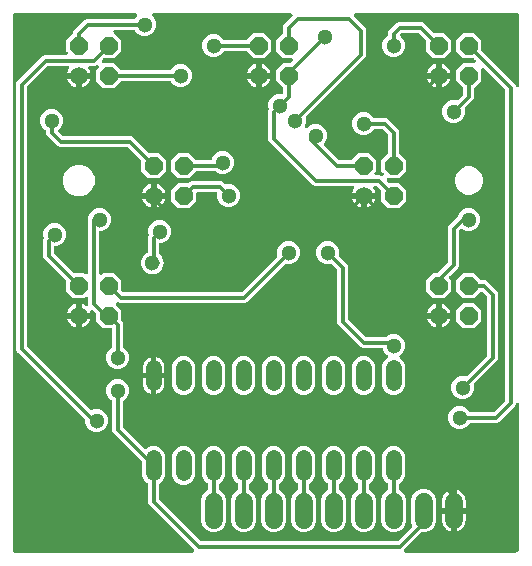
<source format=gbr>
G04 EAGLE Gerber RS-274X export*
G75*
%MOMM*%
%FSLAX34Y34*%
%LPD*%
%INBottom Copper*%
%IPPOS*%
%AMOC8*
5,1,8,0,0,1.08239X$1,22.5*%
G01*
%ADD10C,1.524000*%
%ADD11C,1.524000*%
%ADD12P,1.649562X8X22.500000*%
%ADD13C,1.320800*%
%ADD14C,0.304800*%
%ADD15C,1.300000*%

G36*
X162675Y10172D02*
X162675Y10172D01*
X162775Y10174D01*
X162847Y10192D01*
X162921Y10201D01*
X163016Y10235D01*
X163113Y10259D01*
X163179Y10293D01*
X163249Y10318D01*
X163334Y10373D01*
X163423Y10419D01*
X163480Y10467D01*
X163542Y10507D01*
X163612Y10580D01*
X163689Y10645D01*
X163733Y10704D01*
X163784Y10758D01*
X163836Y10844D01*
X163896Y10925D01*
X163925Y10993D01*
X163963Y11057D01*
X163994Y11153D01*
X164034Y11245D01*
X164047Y11318D01*
X164069Y11389D01*
X164077Y11489D01*
X164095Y11588D01*
X164091Y11662D01*
X164097Y11736D01*
X164082Y11836D01*
X164077Y11936D01*
X164057Y12007D01*
X164046Y12081D01*
X164009Y12174D01*
X163981Y12271D01*
X163944Y12336D01*
X163917Y12405D01*
X163860Y12487D01*
X163810Y12575D01*
X163745Y12651D01*
X163718Y12691D01*
X163691Y12715D01*
X163652Y12761D01*
X163549Y12864D01*
X125663Y50750D01*
X124967Y52430D01*
X124967Y67644D01*
X124959Y67720D01*
X124960Y67797D01*
X124939Y67893D01*
X124927Y67990D01*
X124902Y68062D01*
X124885Y68137D01*
X124843Y68226D01*
X124810Y68319D01*
X124768Y68383D01*
X124736Y68452D01*
X124674Y68529D01*
X124621Y68611D01*
X124566Y68664D01*
X124518Y68724D01*
X124441Y68785D01*
X124370Y68854D01*
X124305Y68893D01*
X124245Y68940D01*
X124112Y69008D01*
X124075Y69030D01*
X121357Y71748D01*
X119887Y75296D01*
X119887Y86375D01*
X119873Y86501D01*
X119866Y86627D01*
X119853Y86673D01*
X119847Y86721D01*
X119805Y86840D01*
X119770Y86962D01*
X119746Y87004D01*
X119730Y87049D01*
X119661Y87156D01*
X119600Y87266D01*
X119560Y87312D01*
X119541Y87342D01*
X119506Y87376D01*
X119441Y87452D01*
X95183Y111710D01*
X94487Y113390D01*
X94487Y137861D01*
X94479Y137937D01*
X94480Y138013D01*
X94459Y138109D01*
X94447Y138207D01*
X94422Y138279D01*
X94405Y138354D01*
X94363Y138442D01*
X94330Y138535D01*
X94288Y138599D01*
X94256Y138668D01*
X94194Y138745D01*
X94141Y138828D01*
X94086Y138881D01*
X94038Y138941D01*
X93961Y139002D01*
X93890Y139070D01*
X93825Y139109D01*
X93765Y139157D01*
X93672Y139204D01*
X90965Y141911D01*
X89511Y145421D01*
X89511Y149219D01*
X90965Y152729D01*
X93651Y155415D01*
X97161Y156869D01*
X100959Y156869D01*
X104469Y155415D01*
X107155Y152729D01*
X108609Y149219D01*
X108609Y145421D01*
X107155Y141911D01*
X104454Y139210D01*
X104435Y139203D01*
X104355Y139147D01*
X104269Y139099D01*
X104212Y139047D01*
X104149Y139004D01*
X104083Y138931D01*
X104010Y138865D01*
X103967Y138802D01*
X103916Y138745D01*
X103868Y138659D01*
X103812Y138578D01*
X103784Y138507D01*
X103747Y138440D01*
X103720Y138345D01*
X103684Y138254D01*
X103673Y138178D01*
X103652Y138105D01*
X103640Y137956D01*
X103633Y137909D01*
X103635Y137890D01*
X103633Y137861D01*
X103633Y116825D01*
X103647Y116699D01*
X103654Y116573D01*
X103667Y116527D01*
X103673Y116479D01*
X103715Y116360D01*
X103750Y116238D01*
X103774Y116196D01*
X103790Y116151D01*
X103859Y116044D01*
X103920Y115934D01*
X103960Y115888D01*
X103979Y115858D01*
X104014Y115824D01*
X104047Y115786D01*
X104050Y115781D01*
X104053Y115779D01*
X104079Y115748D01*
X121569Y98258D01*
X121589Y98242D01*
X121606Y98222D01*
X121726Y98133D01*
X121842Y98041D01*
X121866Y98030D01*
X121887Y98015D01*
X122023Y97956D01*
X122157Y97892D01*
X122183Y97887D01*
X122207Y97877D01*
X122353Y97850D01*
X122498Y97819D01*
X122524Y97820D01*
X122550Y97815D01*
X122698Y97823D01*
X122846Y97825D01*
X122871Y97831D01*
X122898Y97833D01*
X123040Y97874D01*
X123184Y97910D01*
X123207Y97922D01*
X123233Y97929D01*
X123362Y98002D01*
X123494Y98070D01*
X123514Y98087D01*
X123537Y98100D01*
X123723Y98258D01*
X124072Y98607D01*
X127620Y100077D01*
X131460Y100077D01*
X135008Y98607D01*
X137723Y95892D01*
X139193Y92344D01*
X139193Y75296D01*
X137723Y71748D01*
X134993Y69018D01*
X134986Y69014D01*
X134915Y68986D01*
X134835Y68930D01*
X134748Y68882D01*
X134692Y68831D01*
X134629Y68787D01*
X134563Y68714D01*
X134490Y68648D01*
X134447Y68585D01*
X134396Y68528D01*
X134348Y68442D01*
X134292Y68361D01*
X134264Y68290D01*
X134227Y68223D01*
X134200Y68129D01*
X134164Y68037D01*
X134153Y67962D01*
X134132Y67888D01*
X134120Y67739D01*
X134113Y67692D01*
X134115Y67673D01*
X134113Y67644D01*
X134113Y55865D01*
X134127Y55739D01*
X134134Y55613D01*
X134147Y55567D01*
X134153Y55519D01*
X134171Y55466D01*
X134172Y55461D01*
X134183Y55435D01*
X134195Y55400D01*
X134230Y55278D01*
X134254Y55236D01*
X134270Y55191D01*
X134295Y55152D01*
X134301Y55137D01*
X134343Y55077D01*
X134400Y54974D01*
X134440Y54928D01*
X134459Y54898D01*
X134484Y54874D01*
X134500Y54851D01*
X134522Y54831D01*
X134559Y54788D01*
X169088Y20259D01*
X169187Y20180D01*
X169281Y20096D01*
X169323Y20072D01*
X169361Y20042D01*
X169475Y19988D01*
X169586Y19927D01*
X169632Y19914D01*
X169676Y19893D01*
X169799Y19867D01*
X169921Y19832D01*
X169982Y19827D01*
X170017Y19820D01*
X170065Y19821D01*
X170165Y19813D01*
X335295Y19813D01*
X335421Y19827D01*
X335547Y19834D01*
X335593Y19847D01*
X335641Y19853D01*
X335760Y19895D01*
X335882Y19930D01*
X335924Y19954D01*
X335969Y19970D01*
X336076Y20039D01*
X336186Y20100D01*
X336232Y20140D01*
X336262Y20159D01*
X336296Y20194D01*
X336372Y20259D01*
X348105Y31992D01*
X348152Y32051D01*
X348207Y32105D01*
X348260Y32188D01*
X348321Y32265D01*
X348354Y32334D01*
X348395Y32398D01*
X348428Y32491D01*
X348470Y32580D01*
X348486Y32654D01*
X348512Y32726D01*
X348523Y32824D01*
X348544Y32920D01*
X348542Y32997D01*
X348551Y33073D01*
X348539Y33171D01*
X348538Y33269D01*
X348519Y33343D01*
X348510Y33419D01*
X348464Y33561D01*
X348453Y33607D01*
X348444Y33624D01*
X348435Y33652D01*
X347471Y35978D01*
X347471Y55462D01*
X349096Y59383D01*
X352097Y62384D01*
X356018Y64009D01*
X360262Y64009D01*
X364183Y62384D01*
X367184Y59383D01*
X368809Y55462D01*
X368809Y35978D01*
X367184Y32057D01*
X364183Y29056D01*
X360262Y27431D01*
X357109Y27431D01*
X356983Y27417D01*
X356857Y27410D01*
X356811Y27397D01*
X356763Y27391D01*
X356644Y27349D01*
X356522Y27314D01*
X356480Y27290D01*
X356435Y27274D01*
X356328Y27205D01*
X356218Y27144D01*
X356172Y27104D01*
X356142Y27085D01*
X356108Y27050D01*
X356032Y26985D01*
X341808Y12761D01*
X341746Y12683D01*
X341676Y12610D01*
X341637Y12546D01*
X341591Y12488D01*
X341548Y12397D01*
X341497Y12311D01*
X341474Y12240D01*
X341442Y12173D01*
X341421Y12075D01*
X341391Y11979D01*
X341385Y11905D01*
X341369Y11832D01*
X341371Y11732D01*
X341363Y11632D01*
X341374Y11558D01*
X341375Y11484D01*
X341399Y11387D01*
X341414Y11287D01*
X341442Y11218D01*
X341460Y11146D01*
X341506Y11056D01*
X341543Y10963D01*
X341585Y10902D01*
X341620Y10836D01*
X341685Y10759D01*
X341742Y10677D01*
X341797Y10627D01*
X341845Y10571D01*
X341926Y10511D01*
X342001Y10444D01*
X342066Y10408D01*
X342126Y10363D01*
X342218Y10324D01*
X342306Y10275D01*
X342377Y10255D01*
X342446Y10225D01*
X342544Y10208D01*
X342641Y10180D01*
X342741Y10172D01*
X342789Y10164D01*
X342824Y10166D01*
X342885Y10161D01*
X435864Y10161D01*
X435990Y10175D01*
X436116Y10182D01*
X436162Y10195D01*
X436210Y10201D01*
X436329Y10243D01*
X436451Y10278D01*
X436493Y10302D01*
X436538Y10318D01*
X436645Y10387D01*
X436755Y10448D01*
X436801Y10488D01*
X436831Y10507D01*
X436865Y10542D01*
X436941Y10607D01*
X438773Y12439D01*
X438852Y12538D01*
X438936Y12632D01*
X438960Y12674D01*
X438990Y12712D01*
X439044Y12826D01*
X439105Y12937D01*
X439118Y12983D01*
X439139Y13027D01*
X439165Y13150D01*
X439200Y13272D01*
X439205Y13333D01*
X439212Y13368D01*
X439211Y13416D01*
X439219Y13516D01*
X439219Y135465D01*
X439214Y135515D01*
X439216Y135565D01*
X439194Y135687D01*
X439179Y135811D01*
X439162Y135858D01*
X439153Y135908D01*
X439104Y136022D01*
X439062Y136139D01*
X439035Y136181D01*
X439015Y136228D01*
X438940Y136327D01*
X438873Y136432D01*
X438837Y136467D01*
X438807Y136507D01*
X438712Y136588D01*
X438622Y136674D01*
X438579Y136700D01*
X438541Y136732D01*
X438430Y136789D01*
X438323Y136853D01*
X438275Y136868D01*
X438230Y136891D01*
X438110Y136921D01*
X437991Y136959D01*
X437941Y136963D01*
X437892Y136975D01*
X437768Y136977D01*
X437644Y136987D01*
X437594Y136980D01*
X437544Y136980D01*
X437422Y136954D01*
X437299Y136935D01*
X437252Y136917D01*
X437203Y136906D01*
X437091Y136853D01*
X436975Y136807D01*
X436934Y136778D01*
X436888Y136756D01*
X436791Y136679D01*
X436689Y136608D01*
X436655Y136570D01*
X436616Y136539D01*
X436539Y136441D01*
X436456Y136349D01*
X436431Y136305D01*
X436400Y136265D01*
X436289Y136048D01*
X435677Y134570D01*
X423191Y122084D01*
X421690Y120583D01*
X420010Y119887D01*
X398079Y119887D01*
X398003Y119879D01*
X397927Y119880D01*
X397831Y119859D01*
X397733Y119847D01*
X397661Y119822D01*
X397586Y119805D01*
X397498Y119763D01*
X397405Y119730D01*
X397341Y119688D01*
X397272Y119656D01*
X397195Y119594D01*
X397112Y119541D01*
X397059Y119486D01*
X396999Y119438D01*
X396938Y119361D01*
X396870Y119290D01*
X396831Y119225D01*
X396783Y119165D01*
X396736Y119072D01*
X394029Y116365D01*
X390519Y114911D01*
X386721Y114911D01*
X383211Y116365D01*
X380525Y119051D01*
X379071Y122561D01*
X379071Y126359D01*
X380525Y129869D01*
X383211Y132555D01*
X386721Y134009D01*
X390519Y134009D01*
X394029Y132555D01*
X396730Y129854D01*
X396737Y129835D01*
X396793Y129755D01*
X396841Y129669D01*
X396893Y129612D01*
X396936Y129549D01*
X397009Y129483D01*
X397075Y129410D01*
X397138Y129367D01*
X397195Y129316D01*
X397281Y129268D01*
X397362Y129212D01*
X397433Y129184D01*
X397500Y129147D01*
X397595Y129120D01*
X397686Y129084D01*
X397762Y129073D01*
X397835Y129052D01*
X397984Y129040D01*
X398031Y129033D01*
X398050Y129035D01*
X398079Y129033D01*
X416575Y129033D01*
X416701Y129047D01*
X416827Y129054D01*
X416873Y129067D01*
X416921Y129073D01*
X417040Y129115D01*
X417162Y129150D01*
X417204Y129174D01*
X417249Y129190D01*
X417356Y129259D01*
X417466Y129320D01*
X417512Y129360D01*
X417542Y129379D01*
X417576Y129414D01*
X417652Y129479D01*
X426781Y138608D01*
X426851Y138696D01*
X426865Y138711D01*
X426870Y138718D01*
X426944Y138801D01*
X426968Y138843D01*
X426998Y138881D01*
X427052Y138995D01*
X427113Y139106D01*
X427126Y139152D01*
X427147Y139196D01*
X427173Y139319D01*
X427208Y139441D01*
X427213Y139502D01*
X427220Y139537D01*
X427219Y139585D01*
X427227Y139685D01*
X427227Y401335D01*
X427213Y401461D01*
X427206Y401587D01*
X427193Y401633D01*
X427187Y401681D01*
X427145Y401800D01*
X427110Y401922D01*
X427086Y401964D01*
X427070Y402009D01*
X427001Y402116D01*
X426940Y402226D01*
X426900Y402272D01*
X426881Y402302D01*
X426846Y402336D01*
X426781Y402412D01*
X409509Y419684D01*
X409431Y419746D01*
X409358Y419816D01*
X409294Y419855D01*
X409236Y419901D01*
X409145Y419944D01*
X409059Y419995D01*
X408988Y420018D01*
X408921Y420050D01*
X408823Y420071D01*
X408727Y420101D01*
X408653Y420107D01*
X408580Y420123D01*
X408480Y420121D01*
X408380Y420129D01*
X408306Y420118D01*
X408232Y420117D01*
X408135Y420093D01*
X408035Y420078D01*
X407966Y420050D01*
X407894Y420032D01*
X407804Y419986D01*
X407711Y419949D01*
X407650Y419907D01*
X407584Y419872D01*
X407507Y419807D01*
X407425Y419750D01*
X407375Y419695D01*
X407319Y419647D01*
X407259Y419566D01*
X407192Y419491D01*
X407156Y419426D01*
X407111Y419366D01*
X407072Y419274D01*
X407023Y419186D01*
X407003Y419115D01*
X406973Y419046D01*
X406956Y418948D01*
X406928Y418851D01*
X406920Y418751D01*
X406912Y418703D01*
X406914Y418668D01*
X406909Y418607D01*
X406909Y409601D01*
X401259Y403951D01*
X401180Y403852D01*
X401096Y403758D01*
X401072Y403716D01*
X401042Y403678D01*
X400988Y403564D01*
X400927Y403453D01*
X400914Y403407D01*
X400893Y403363D01*
X400867Y403240D01*
X400832Y403118D01*
X400827Y403057D01*
X400820Y403022D01*
X400821Y402974D01*
X400813Y402874D01*
X400813Y395330D01*
X400117Y393650D01*
X393462Y386995D01*
X393415Y386935D01*
X393360Y386882D01*
X393306Y386799D01*
X393245Y386722D01*
X393213Y386653D01*
X393171Y386589D01*
X393139Y386496D01*
X393097Y386407D01*
X393080Y386332D01*
X393055Y386260D01*
X393044Y386162D01*
X393023Y386066D01*
X393024Y385990D01*
X393016Y385914D01*
X393027Y385816D01*
X393029Y385718D01*
X393048Y385644D01*
X393057Y385568D01*
X393089Y385469D01*
X393089Y381641D01*
X391635Y378131D01*
X388949Y375445D01*
X385439Y373991D01*
X381641Y373991D01*
X378131Y375445D01*
X375445Y378131D01*
X373991Y381641D01*
X373991Y385439D01*
X375445Y388949D01*
X378131Y391635D01*
X381641Y393089D01*
X385460Y393089D01*
X385479Y393081D01*
X385576Y393063D01*
X385670Y393036D01*
X385746Y393032D01*
X385822Y393019D01*
X385920Y393024D01*
X386018Y393019D01*
X386094Y393033D01*
X386170Y393037D01*
X386264Y393064D01*
X386361Y393082D01*
X386431Y393112D01*
X386505Y393133D01*
X386591Y393181D01*
X386681Y393221D01*
X386742Y393266D01*
X386809Y393304D01*
X386922Y393400D01*
X386960Y393428D01*
X386973Y393443D01*
X386995Y393462D01*
X391221Y397688D01*
X391300Y397787D01*
X391384Y397881D01*
X391408Y397923D01*
X391438Y397961D01*
X391492Y398075D01*
X391553Y398186D01*
X391566Y398232D01*
X391587Y398276D01*
X391613Y398399D01*
X391648Y398521D01*
X391653Y398582D01*
X391660Y398617D01*
X391659Y398665D01*
X391667Y398765D01*
X391667Y402874D01*
X391653Y403000D01*
X391646Y403126D01*
X391633Y403172D01*
X391627Y403220D01*
X391585Y403339D01*
X391550Y403461D01*
X391526Y403503D01*
X391510Y403548D01*
X391441Y403654D01*
X391380Y403765D01*
X391340Y403811D01*
X391321Y403841D01*
X391286Y403875D01*
X391221Y403951D01*
X385571Y409601D01*
X385571Y418439D01*
X391821Y424689D01*
X400827Y424689D01*
X400927Y424700D01*
X401027Y424702D01*
X401099Y424720D01*
X401173Y424729D01*
X401268Y424763D01*
X401365Y424787D01*
X401431Y424821D01*
X401501Y424846D01*
X401586Y424901D01*
X401675Y424947D01*
X401732Y424995D01*
X401794Y425035D01*
X401864Y425107D01*
X401940Y425172D01*
X401985Y425232D01*
X402036Y425286D01*
X402088Y425372D01*
X402148Y425453D01*
X402177Y425521D01*
X402215Y425585D01*
X402246Y425681D01*
X402286Y425773D01*
X402299Y425846D01*
X402321Y425917D01*
X402329Y426017D01*
X402347Y426116D01*
X402343Y426190D01*
X402349Y426264D01*
X402334Y426364D01*
X402329Y426464D01*
X402309Y426535D01*
X402298Y426609D01*
X402261Y426702D01*
X402233Y426799D01*
X402196Y426864D01*
X402169Y426933D01*
X402112Y427015D01*
X402063Y427103D01*
X401997Y427179D01*
X401970Y427219D01*
X401944Y427243D01*
X401904Y427289D01*
X400888Y428305D01*
X400789Y428384D01*
X400695Y428468D01*
X400653Y428492D01*
X400615Y428522D01*
X400501Y428576D01*
X400390Y428637D01*
X400344Y428650D01*
X400300Y428671D01*
X400176Y428697D01*
X400055Y428732D01*
X399994Y428737D01*
X399959Y428744D01*
X399911Y428743D01*
X399811Y428751D01*
X391821Y428751D01*
X385571Y435001D01*
X385571Y443839D01*
X391821Y450089D01*
X400659Y450089D01*
X406909Y443839D01*
X406909Y435849D01*
X406923Y435723D01*
X406930Y435597D01*
X406943Y435551D01*
X406949Y435503D01*
X406991Y435384D01*
X407026Y435262D01*
X407050Y435220D01*
X407066Y435175D01*
X407135Y435068D01*
X407196Y434958D01*
X407236Y434912D01*
X407255Y434882D01*
X407290Y434848D01*
X407355Y434772D01*
X435677Y406450D01*
X436289Y404972D01*
X436313Y404928D01*
X436330Y404881D01*
X436398Y404776D01*
X436458Y404668D01*
X436492Y404630D01*
X436519Y404588D01*
X436609Y404502D01*
X436692Y404410D01*
X436734Y404381D01*
X436770Y404346D01*
X436877Y404282D01*
X436979Y404211D01*
X437026Y404193D01*
X437069Y404167D01*
X437187Y404129D01*
X437303Y404084D01*
X437353Y404076D01*
X437401Y404061D01*
X437525Y404051D01*
X437648Y404033D01*
X437698Y404037D01*
X437748Y404033D01*
X437871Y404051D01*
X437995Y404062D01*
X438043Y404077D01*
X438093Y404085D01*
X438208Y404131D01*
X438327Y404169D01*
X438370Y404195D01*
X438417Y404213D01*
X438519Y404284D01*
X438625Y404348D01*
X438662Y404384D01*
X438703Y404412D01*
X438786Y404504D01*
X438875Y404591D01*
X438903Y404634D01*
X438936Y404671D01*
X438996Y404780D01*
X439064Y404885D01*
X439081Y404932D01*
X439105Y404976D01*
X439139Y405096D01*
X439180Y405213D01*
X439186Y405263D01*
X439200Y405312D01*
X439219Y405555D01*
X439219Y465076D01*
X439216Y465102D01*
X439218Y465128D01*
X439196Y465275D01*
X439179Y465422D01*
X439171Y465447D01*
X439167Y465473D01*
X439112Y465611D01*
X439062Y465750D01*
X439048Y465772D01*
X439038Y465797D01*
X438953Y465918D01*
X438873Y466043D01*
X438854Y466061D01*
X438839Y466083D01*
X438729Y466182D01*
X438622Y466285D01*
X438600Y466299D01*
X438580Y466316D01*
X438450Y466388D01*
X438323Y466464D01*
X438298Y466472D01*
X438275Y466485D01*
X438132Y466525D01*
X437991Y466570D01*
X437965Y466572D01*
X437940Y466580D01*
X437696Y466599D01*
X300465Y466599D01*
X300365Y466588D01*
X300265Y466586D01*
X300193Y466568D01*
X300119Y466559D01*
X300024Y466526D01*
X299927Y466501D01*
X299861Y466467D01*
X299791Y466442D01*
X299706Y466387D01*
X299617Y466341D01*
X299560Y466293D01*
X299498Y466253D01*
X299428Y466181D01*
X299352Y466116D01*
X299307Y466056D01*
X299256Y466002D01*
X299204Y465916D01*
X299144Y465835D01*
X299115Y465767D01*
X299077Y465703D01*
X299046Y465607D01*
X299006Y465515D01*
X298993Y465442D01*
X298971Y465371D01*
X298963Y465271D01*
X298945Y465172D01*
X298949Y465098D01*
X298943Y465024D01*
X298958Y464924D01*
X298963Y464824D01*
X298983Y464753D01*
X298994Y464679D01*
X299031Y464586D01*
X299059Y464489D01*
X299096Y464424D01*
X299123Y464355D01*
X299180Y464273D01*
X299229Y464185D01*
X299295Y464109D01*
X299322Y464069D01*
X299348Y464045D01*
X299388Y463999D01*
X307176Y456211D01*
X308677Y454710D01*
X309373Y453030D01*
X309373Y430890D01*
X308677Y429210D01*
X258842Y379375D01*
X258795Y379315D01*
X258740Y379262D01*
X258687Y379179D01*
X258625Y379102D01*
X258593Y379033D01*
X258552Y378969D01*
X258519Y378876D01*
X258477Y378787D01*
X258460Y378713D01*
X258435Y378640D01*
X258424Y378542D01*
X258403Y378446D01*
X258404Y378370D01*
X258396Y378294D01*
X258407Y378196D01*
X258409Y378098D01*
X258428Y378024D01*
X258437Y377948D01*
X258469Y377849D01*
X258469Y374021D01*
X257490Y371659D01*
X257477Y371610D01*
X257455Y371565D01*
X257429Y371443D01*
X257395Y371324D01*
X257392Y371273D01*
X257382Y371224D01*
X257384Y371100D01*
X257378Y370976D01*
X257387Y370926D01*
X257388Y370876D01*
X257418Y370755D01*
X257440Y370633D01*
X257460Y370587D01*
X257473Y370538D01*
X257530Y370427D01*
X257579Y370313D01*
X257609Y370273D01*
X257632Y370228D01*
X257713Y370133D01*
X257787Y370033D01*
X257826Y370001D01*
X257858Y369963D01*
X257958Y369889D01*
X258053Y369808D01*
X258098Y369785D01*
X258138Y369755D01*
X258253Y369706D01*
X258363Y369649D01*
X258412Y369637D01*
X258458Y369617D01*
X258581Y369595D01*
X258702Y369565D01*
X258752Y369565D01*
X258801Y369556D01*
X258926Y369562D01*
X259050Y369560D01*
X259099Y369571D01*
X259150Y369574D01*
X259269Y369608D01*
X259391Y369635D01*
X259436Y369656D01*
X259484Y369670D01*
X259593Y369731D01*
X259705Y369784D01*
X259745Y369816D01*
X259789Y369840D01*
X259975Y369999D01*
X261291Y371315D01*
X264801Y372769D01*
X268599Y372769D01*
X272109Y371315D01*
X274795Y368629D01*
X276249Y365119D01*
X276249Y361321D01*
X274795Y357811D01*
X273952Y356969D01*
X273936Y356948D01*
X273916Y356931D01*
X273828Y356812D01*
X273736Y356696D01*
X273725Y356672D01*
X273709Y356651D01*
X273650Y356515D01*
X273587Y356380D01*
X273581Y356355D01*
X273571Y356331D01*
X273545Y356185D01*
X273514Y356040D01*
X273514Y356014D01*
X273509Y355988D01*
X273517Y355839D01*
X273520Y355691D01*
X273526Y355666D01*
X273527Y355640D01*
X273568Y355497D01*
X273605Y355353D01*
X273617Y355330D01*
X273624Y355305D01*
X273696Y355175D01*
X273764Y355043D01*
X273781Y355024D01*
X273794Y355001D01*
X273952Y354814D01*
X285928Y342839D01*
X286027Y342760D01*
X286121Y342676D01*
X286163Y342652D01*
X286201Y342622D01*
X286315Y342568D01*
X286426Y342507D01*
X286472Y342494D01*
X286516Y342473D01*
X286639Y342447D01*
X286761Y342412D01*
X286822Y342407D01*
X286857Y342400D01*
X286905Y342401D01*
X287005Y342393D01*
X296194Y342393D01*
X296320Y342407D01*
X296446Y342414D01*
X296492Y342427D01*
X296540Y342433D01*
X296659Y342475D01*
X296781Y342510D01*
X296823Y342534D01*
X296868Y342550D01*
X296974Y342619D01*
X297085Y342680D01*
X297131Y342720D01*
X297161Y342739D01*
X297195Y342774D01*
X297271Y342839D01*
X302921Y348489D01*
X311759Y348489D01*
X318009Y342239D01*
X318009Y333401D01*
X316901Y332293D01*
X316838Y332214D01*
X316769Y332142D01*
X316730Y332078D01*
X316684Y332020D01*
X316641Y331929D01*
X316590Y331843D01*
X316567Y331772D01*
X316535Y331705D01*
X316514Y331607D01*
X316484Y331511D01*
X316478Y331437D01*
X316462Y331364D01*
X316464Y331264D01*
X316456Y331164D01*
X316467Y331090D01*
X316468Y331016D01*
X316492Y330919D01*
X316507Y330819D01*
X316535Y330750D01*
X316553Y330678D01*
X316599Y330589D01*
X316636Y330495D01*
X316679Y330434D01*
X316713Y330368D01*
X316778Y330292D01*
X316835Y330209D01*
X316890Y330159D01*
X316938Y330103D01*
X317019Y330043D01*
X317094Y329976D01*
X317159Y329940D01*
X317219Y329895D01*
X317311Y329856D01*
X317399Y329807D01*
X317470Y329787D01*
X317539Y329757D01*
X317638Y329740D01*
X317734Y329712D01*
X317834Y329704D01*
X317882Y329696D01*
X317917Y329698D01*
X317978Y329693D01*
X320950Y329693D01*
X322120Y329208D01*
X322168Y329194D01*
X322214Y329173D01*
X322335Y329147D01*
X322455Y329112D01*
X322505Y329110D01*
X322554Y329099D01*
X322679Y329101D01*
X322803Y329095D01*
X322852Y329104D01*
X322903Y329105D01*
X323023Y329136D01*
X323146Y329158D01*
X323192Y329178D01*
X323241Y329190D01*
X323351Y329247D01*
X323465Y329297D01*
X323506Y329327D01*
X323551Y329350D01*
X323645Y329431D01*
X323745Y329505D01*
X323778Y329543D01*
X323816Y329576D01*
X323890Y329676D01*
X323970Y329771D01*
X323993Y329816D01*
X324023Y329856D01*
X324072Y329970D01*
X324129Y330081D01*
X324141Y330130D01*
X324161Y330176D01*
X324183Y330299D01*
X324213Y330419D01*
X324214Y330469D01*
X324223Y330519D01*
X324216Y330643D01*
X324218Y330768D01*
X324207Y330817D01*
X324205Y330867D01*
X324170Y330987D01*
X324144Y331108D01*
X324122Y331154D01*
X324108Y331202D01*
X324048Y331311D01*
X323994Y331423D01*
X323963Y331462D01*
X323938Y331506D01*
X323780Y331692D01*
X322071Y333401D01*
X322071Y342239D01*
X327721Y347889D01*
X327800Y347988D01*
X327884Y348082D01*
X327908Y348124D01*
X327938Y348162D01*
X327992Y348276D01*
X328053Y348387D01*
X328066Y348433D01*
X328087Y348477D01*
X328113Y348600D01*
X328148Y348722D01*
X328153Y348783D01*
X328160Y348818D01*
X328159Y348866D01*
X328167Y348966D01*
X328167Y363235D01*
X328153Y363361D01*
X328146Y363487D01*
X328133Y363533D01*
X328127Y363581D01*
X328085Y363700D01*
X328050Y363822D01*
X328026Y363864D01*
X328010Y363909D01*
X327941Y364016D01*
X327880Y364126D01*
X327840Y364172D01*
X327821Y364202D01*
X327786Y364236D01*
X327721Y364312D01*
X323672Y368361D01*
X323573Y368440D01*
X323479Y368524D01*
X323437Y368548D01*
X323399Y368578D01*
X323285Y368632D01*
X323174Y368693D01*
X323128Y368706D01*
X323084Y368727D01*
X322961Y368753D01*
X322839Y368788D01*
X322778Y368793D01*
X322743Y368800D01*
X322695Y368799D01*
X322595Y368807D01*
X316799Y368807D01*
X316723Y368799D01*
X316647Y368800D01*
X316551Y368779D01*
X316453Y368767D01*
X316381Y368742D01*
X316306Y368725D01*
X316218Y368683D01*
X316125Y368650D01*
X316061Y368608D01*
X315992Y368576D01*
X315915Y368514D01*
X315832Y368461D01*
X315779Y368406D01*
X315719Y368358D01*
X315658Y368281D01*
X315590Y368210D01*
X315551Y368145D01*
X315503Y368085D01*
X315456Y367992D01*
X312749Y365285D01*
X309239Y363831D01*
X305441Y363831D01*
X301931Y365285D01*
X299245Y367971D01*
X297791Y371481D01*
X297791Y375279D01*
X299245Y378789D01*
X301931Y381475D01*
X305441Y382929D01*
X309239Y382929D01*
X312749Y381475D01*
X315450Y378774D01*
X315457Y378755D01*
X315513Y378675D01*
X315561Y378589D01*
X315613Y378532D01*
X315656Y378469D01*
X315729Y378403D01*
X315795Y378330D01*
X315858Y378287D01*
X315915Y378236D01*
X316001Y378188D01*
X316082Y378132D01*
X316153Y378104D01*
X316220Y378067D01*
X316315Y378040D01*
X316406Y378004D01*
X316482Y377993D01*
X316555Y377972D01*
X316704Y377960D01*
X316751Y377953D01*
X316770Y377955D01*
X316799Y377953D01*
X326030Y377953D01*
X327710Y377257D01*
X336617Y368350D01*
X337313Y366670D01*
X337313Y348966D01*
X337327Y348840D01*
X337334Y348714D01*
X337347Y348668D01*
X337353Y348620D01*
X337395Y348501D01*
X337430Y348379D01*
X337454Y348337D01*
X337470Y348292D01*
X337539Y348186D01*
X337600Y348075D01*
X337640Y348029D01*
X337659Y347999D01*
X337694Y347965D01*
X337759Y347889D01*
X343409Y342239D01*
X343409Y333401D01*
X337159Y327151D01*
X328153Y327151D01*
X328053Y327140D01*
X327953Y327138D01*
X327881Y327120D01*
X327807Y327111D01*
X327712Y327078D01*
X327615Y327053D01*
X327549Y327019D01*
X327479Y326994D01*
X327394Y326939D01*
X327305Y326893D01*
X327248Y326845D01*
X327186Y326805D01*
X327116Y326733D01*
X327040Y326668D01*
X326995Y326608D01*
X326944Y326554D01*
X326892Y326468D01*
X326832Y326387D01*
X326803Y326319D01*
X326765Y326255D01*
X326734Y326159D01*
X326694Y326067D01*
X326681Y325994D01*
X326659Y325923D01*
X326651Y325823D01*
X326633Y325724D01*
X326637Y325650D01*
X326631Y325576D01*
X326646Y325476D01*
X326651Y325376D01*
X326671Y325305D01*
X326682Y325231D01*
X326719Y325138D01*
X326747Y325041D01*
X326784Y324976D01*
X326811Y324907D01*
X326868Y324825D01*
X326917Y324737D01*
X326983Y324661D01*
X327010Y324621D01*
X327036Y324597D01*
X327076Y324551D01*
X328092Y323535D01*
X328191Y323456D01*
X328285Y323372D01*
X328327Y323348D01*
X328365Y323318D01*
X328479Y323264D01*
X328590Y323203D01*
X328636Y323190D01*
X328680Y323169D01*
X328803Y323143D01*
X328925Y323108D01*
X328986Y323103D01*
X329021Y323096D01*
X329069Y323097D01*
X329169Y323089D01*
X337159Y323089D01*
X343409Y316839D01*
X343409Y308001D01*
X337159Y301751D01*
X328321Y301751D01*
X322071Y308001D01*
X322071Y315991D01*
X322057Y316117D01*
X322050Y316243D01*
X322037Y316289D01*
X322031Y316337D01*
X321989Y316456D01*
X321954Y316578D01*
X321930Y316620D01*
X321914Y316665D01*
X321845Y316771D01*
X321784Y316882D01*
X321744Y316928D01*
X321725Y316958D01*
X321690Y316992D01*
X321625Y317068D01*
X318592Y320101D01*
X318493Y320180D01*
X318399Y320264D01*
X318357Y320288D01*
X318319Y320318D01*
X318205Y320372D01*
X318094Y320433D01*
X318048Y320446D01*
X318004Y320467D01*
X317881Y320493D01*
X317759Y320528D01*
X317698Y320533D01*
X317663Y320540D01*
X317615Y320539D01*
X317515Y320547D01*
X316984Y320547D01*
X316830Y320530D01*
X316675Y320516D01*
X316657Y320510D01*
X316638Y320507D01*
X316492Y320455D01*
X316344Y320406D01*
X316328Y320396D01*
X316310Y320390D01*
X316180Y320306D01*
X316047Y320225D01*
X316033Y320211D01*
X316017Y320201D01*
X315909Y320089D01*
X315799Y319980D01*
X315788Y319964D01*
X315775Y319950D01*
X315695Y319817D01*
X315612Y319686D01*
X315606Y319668D01*
X315596Y319651D01*
X315549Y319503D01*
X315498Y319357D01*
X315496Y319338D01*
X315490Y319319D01*
X315477Y319165D01*
X315461Y319010D01*
X315463Y318991D01*
X315462Y318972D01*
X315485Y318818D01*
X315504Y318664D01*
X315511Y318646D01*
X315513Y318627D01*
X315571Y318483D01*
X315624Y318337D01*
X315636Y318318D01*
X315642Y318303D01*
X315667Y318267D01*
X315752Y318129D01*
X316030Y317745D01*
X316756Y316320D01*
X317199Y314959D01*
X308356Y314959D01*
X308330Y314956D01*
X308304Y314958D01*
X308157Y314936D01*
X308010Y314919D01*
X307985Y314911D01*
X307959Y314907D01*
X307822Y314852D01*
X307682Y314802D01*
X307660Y314788D01*
X307635Y314778D01*
X307514Y314693D01*
X307389Y314613D01*
X307371Y314594D01*
X307349Y314579D01*
X307335Y314563D01*
X307250Y314645D01*
X307227Y314659D01*
X307208Y314676D01*
X307078Y314748D01*
X306951Y314824D01*
X306926Y314832D01*
X306903Y314845D01*
X306760Y314885D01*
X306619Y314930D01*
X306593Y314932D01*
X306568Y314940D01*
X306324Y314959D01*
X297481Y314959D01*
X297924Y316320D01*
X298650Y317745D01*
X298928Y318129D01*
X299004Y318264D01*
X299084Y318397D01*
X299090Y318415D01*
X299099Y318432D01*
X299143Y318581D01*
X299190Y318729D01*
X299192Y318748D01*
X299197Y318767D01*
X299206Y318922D01*
X299218Y319076D01*
X299215Y319095D01*
X299216Y319115D01*
X299190Y319268D01*
X299167Y319421D01*
X299159Y319439D01*
X299156Y319458D01*
X299095Y319601D01*
X299038Y319745D01*
X299027Y319761D01*
X299019Y319778D01*
X298927Y319904D01*
X298839Y320031D01*
X298825Y320044D01*
X298813Y320059D01*
X298695Y320161D01*
X298580Y320264D01*
X298563Y320274D01*
X298549Y320286D01*
X298411Y320358D01*
X298275Y320433D01*
X298257Y320438D01*
X298239Y320447D01*
X298089Y320485D01*
X297940Y320528D01*
X297917Y320530D01*
X297902Y320533D01*
X297858Y320534D01*
X297696Y320547D01*
X265790Y320547D01*
X264110Y321243D01*
X227263Y358090D01*
X226567Y359770D01*
X226567Y384450D01*
X226848Y385128D01*
X226883Y385249D01*
X226925Y385368D01*
X226931Y385416D01*
X226944Y385463D01*
X226950Y385589D01*
X226964Y385715D01*
X226958Y385763D01*
X226961Y385811D01*
X226938Y385935D01*
X226923Y386061D01*
X226905Y386119D01*
X226898Y386154D01*
X226879Y386198D01*
X226848Y386294D01*
X226671Y386721D01*
X226671Y390519D01*
X228125Y394029D01*
X230811Y396715D01*
X234321Y398169D01*
X237744Y398169D01*
X237770Y398172D01*
X237796Y398170D01*
X237943Y398192D01*
X238090Y398209D01*
X238115Y398217D01*
X238141Y398221D01*
X238279Y398276D01*
X238418Y398326D01*
X238440Y398340D01*
X238465Y398350D01*
X238586Y398435D01*
X238711Y398515D01*
X238729Y398534D01*
X238751Y398549D01*
X238850Y398659D01*
X238953Y398766D01*
X238967Y398788D01*
X238984Y398808D01*
X239056Y398938D01*
X239132Y399065D01*
X239140Y399090D01*
X239153Y399113D01*
X239193Y399256D01*
X239238Y399397D01*
X239240Y399423D01*
X239248Y399448D01*
X239267Y399692D01*
X239267Y402874D01*
X239253Y403000D01*
X239246Y403126D01*
X239233Y403172D01*
X239227Y403220D01*
X239185Y403339D01*
X239150Y403461D01*
X239126Y403503D01*
X239110Y403548D01*
X239041Y403654D01*
X238980Y403765D01*
X238940Y403811D01*
X238921Y403841D01*
X238886Y403875D01*
X238821Y403951D01*
X233171Y409601D01*
X233171Y418439D01*
X239421Y424689D01*
X244871Y424689D01*
X244996Y424703D01*
X245123Y424710D01*
X245169Y424723D01*
X245217Y424729D01*
X245336Y424771D01*
X245458Y424806D01*
X245500Y424830D01*
X245545Y424846D01*
X245651Y424915D01*
X245762Y424976D01*
X245808Y425016D01*
X245838Y425035D01*
X245872Y425070D01*
X245948Y425135D01*
X246964Y426151D01*
X247027Y426230D01*
X247096Y426302D01*
X247134Y426366D01*
X247181Y426424D01*
X247224Y426515D01*
X247275Y426601D01*
X247298Y426672D01*
X247330Y426739D01*
X247351Y426837D01*
X247381Y426933D01*
X247387Y427007D01*
X247403Y427080D01*
X247401Y427180D01*
X247409Y427280D01*
X247398Y427354D01*
X247397Y427428D01*
X247373Y427525D01*
X247358Y427625D01*
X247330Y427694D01*
X247312Y427766D01*
X247266Y427855D01*
X247229Y427949D01*
X247186Y428010D01*
X247152Y428076D01*
X247087Y428152D01*
X247030Y428235D01*
X246975Y428285D01*
X246927Y428341D01*
X246846Y428401D01*
X246771Y428468D01*
X246706Y428504D01*
X246646Y428549D01*
X246554Y428588D01*
X246466Y428637D01*
X246395Y428657D01*
X246326Y428687D01*
X246227Y428704D01*
X246131Y428732D01*
X246031Y428740D01*
X245983Y428748D01*
X245948Y428746D01*
X245887Y428751D01*
X239421Y428751D01*
X233171Y435001D01*
X233171Y443839D01*
X238821Y449489D01*
X238900Y449588D01*
X238984Y449682D01*
X239008Y449724D01*
X239038Y449762D01*
X239092Y449876D01*
X239153Y449987D01*
X239166Y450033D01*
X239187Y450077D01*
X239213Y450200D01*
X239248Y450322D01*
X239253Y450383D01*
X239260Y450418D01*
X239259Y450466D01*
X239267Y450566D01*
X239267Y455570D01*
X239963Y457250D01*
X246712Y463999D01*
X246774Y464077D01*
X246844Y464150D01*
X246883Y464214D01*
X246929Y464272D01*
X246972Y464363D01*
X247023Y464449D01*
X247046Y464520D01*
X247078Y464587D01*
X247099Y464685D01*
X247129Y464781D01*
X247135Y464855D01*
X247151Y464928D01*
X247149Y465028D01*
X247157Y465128D01*
X247146Y465202D01*
X247145Y465276D01*
X247121Y465373D01*
X247106Y465473D01*
X247078Y465542D01*
X247060Y465614D01*
X247014Y465704D01*
X246977Y465797D01*
X246935Y465858D01*
X246900Y465924D01*
X246835Y466001D01*
X246778Y466083D01*
X246723Y466133D01*
X246675Y466189D01*
X246594Y466249D01*
X246519Y466316D01*
X246454Y466352D01*
X246394Y466397D01*
X246302Y466436D01*
X246214Y466485D01*
X246143Y466505D01*
X246074Y466535D01*
X245976Y466552D01*
X245879Y466580D01*
X245779Y466588D01*
X245731Y466596D01*
X245696Y466594D01*
X245635Y466599D01*
X129702Y466599D01*
X129602Y466588D01*
X129502Y466586D01*
X129430Y466568D01*
X129356Y466559D01*
X129261Y466526D01*
X129164Y466501D01*
X129098Y466467D01*
X129028Y466442D01*
X128943Y466387D01*
X128854Y466341D01*
X128798Y466293D01*
X128735Y466253D01*
X128665Y466181D01*
X128589Y466116D01*
X128545Y466056D01*
X128493Y466002D01*
X128441Y465916D01*
X128382Y465835D01*
X128352Y465767D01*
X128314Y465703D01*
X128283Y465607D01*
X128244Y465515D01*
X128230Y465442D01*
X128208Y465371D01*
X128200Y465271D01*
X128182Y465172D01*
X128186Y465098D01*
X128180Y465024D01*
X128195Y464924D01*
X128200Y464824D01*
X128220Y464753D01*
X128231Y464679D01*
X128269Y464586D01*
X128296Y464489D01*
X128333Y464424D01*
X128360Y464355D01*
X128417Y464273D01*
X128467Y464185D01*
X128532Y464109D01*
X128559Y464069D01*
X128586Y464045D01*
X128625Y463999D01*
X130015Y462609D01*
X131469Y459099D01*
X131469Y455301D01*
X130015Y451791D01*
X127329Y449105D01*
X123819Y447651D01*
X120021Y447651D01*
X116511Y449105D01*
X113810Y451806D01*
X113803Y451825D01*
X113747Y451905D01*
X113699Y451991D01*
X113647Y452048D01*
X113604Y452111D01*
X113531Y452177D01*
X113465Y452250D01*
X113402Y452293D01*
X113345Y452344D01*
X113259Y452392D01*
X113178Y452448D01*
X113107Y452476D01*
X113040Y452513D01*
X112945Y452540D01*
X112854Y452576D01*
X112778Y452587D01*
X112705Y452608D01*
X112556Y452620D01*
X112509Y452627D01*
X112490Y452625D01*
X112461Y452627D01*
X96998Y452627D01*
X96898Y452616D01*
X96798Y452614D01*
X96726Y452596D01*
X96652Y452587D01*
X96557Y452554D01*
X96460Y452529D01*
X96394Y452495D01*
X96324Y452470D01*
X96239Y452415D01*
X96150Y452369D01*
X96093Y452321D01*
X96031Y452281D01*
X95961Y452209D01*
X95885Y452144D01*
X95840Y452084D01*
X95789Y452030D01*
X95737Y451944D01*
X95677Y451863D01*
X95648Y451795D01*
X95610Y451731D01*
X95579Y451635D01*
X95539Y451543D01*
X95526Y451470D01*
X95504Y451399D01*
X95496Y451299D01*
X95478Y451200D01*
X95482Y451126D01*
X95476Y451052D01*
X95491Y450952D01*
X95496Y450852D01*
X95516Y450781D01*
X95527Y450707D01*
X95564Y450614D01*
X95592Y450517D01*
X95629Y450452D01*
X95656Y450383D01*
X95713Y450301D01*
X95762Y450213D01*
X95828Y450137D01*
X95855Y450097D01*
X95881Y450073D01*
X95921Y450027D01*
X102109Y443839D01*
X102109Y435001D01*
X95859Y428751D01*
X87869Y428751D01*
X87743Y428737D01*
X87617Y428730D01*
X87571Y428717D01*
X87523Y428711D01*
X87404Y428669D01*
X87282Y428634D01*
X87240Y428610D01*
X87195Y428594D01*
X87088Y428525D01*
X86978Y428464D01*
X86932Y428424D01*
X86902Y428405D01*
X86868Y428370D01*
X86792Y428305D01*
X85776Y427289D01*
X85714Y427211D01*
X85644Y427138D01*
X85605Y427074D01*
X85559Y427016D01*
X85516Y426925D01*
X85465Y426839D01*
X85442Y426768D01*
X85410Y426701D01*
X85389Y426603D01*
X85359Y426507D01*
X85353Y426433D01*
X85337Y426360D01*
X85339Y426260D01*
X85331Y426160D01*
X85342Y426086D01*
X85343Y426012D01*
X85367Y425915D01*
X85382Y425815D01*
X85410Y425746D01*
X85428Y425674D01*
X85474Y425584D01*
X85511Y425491D01*
X85553Y425430D01*
X85588Y425364D01*
X85653Y425287D01*
X85710Y425205D01*
X85765Y425155D01*
X85813Y425099D01*
X85894Y425039D01*
X85969Y424972D01*
X86034Y424936D01*
X86094Y424891D01*
X86186Y424852D01*
X86274Y424803D01*
X86345Y424783D01*
X86414Y424753D01*
X86512Y424736D01*
X86609Y424708D01*
X86709Y424700D01*
X86757Y424692D01*
X86792Y424694D01*
X86853Y424689D01*
X95859Y424689D01*
X101509Y419039D01*
X101608Y418960D01*
X101702Y418876D01*
X101744Y418852D01*
X101782Y418822D01*
X101896Y418768D01*
X102007Y418707D01*
X102053Y418694D01*
X102097Y418673D01*
X102220Y418647D01*
X102342Y418612D01*
X102403Y418607D01*
X102438Y418600D01*
X102486Y418601D01*
X102586Y418593D01*
X142941Y418593D01*
X143017Y418601D01*
X143093Y418600D01*
X143189Y418621D01*
X143287Y418633D01*
X143359Y418658D01*
X143434Y418675D01*
X143522Y418717D01*
X143615Y418750D01*
X143679Y418792D01*
X143748Y418824D01*
X143825Y418886D01*
X143908Y418939D01*
X143961Y418994D01*
X144021Y419042D01*
X144082Y419119D01*
X144150Y419190D01*
X144189Y419255D01*
X144237Y419315D01*
X144284Y419408D01*
X146991Y422115D01*
X150501Y423569D01*
X154299Y423569D01*
X157809Y422115D01*
X160495Y419429D01*
X161949Y415919D01*
X161949Y412121D01*
X160495Y408611D01*
X157809Y405925D01*
X154299Y404471D01*
X150501Y404471D01*
X146991Y405925D01*
X144290Y408626D01*
X144283Y408645D01*
X144227Y408725D01*
X144179Y408811D01*
X144127Y408868D01*
X144084Y408931D01*
X144011Y408997D01*
X143945Y409070D01*
X143882Y409113D01*
X143825Y409164D01*
X143739Y409212D01*
X143658Y409268D01*
X143587Y409296D01*
X143520Y409333D01*
X143425Y409360D01*
X143334Y409396D01*
X143258Y409407D01*
X143185Y409428D01*
X143036Y409440D01*
X142989Y409447D01*
X142970Y409445D01*
X142941Y409447D01*
X102586Y409447D01*
X102460Y409433D01*
X102334Y409426D01*
X102288Y409413D01*
X102240Y409407D01*
X102121Y409365D01*
X101999Y409330D01*
X101957Y409306D01*
X101912Y409290D01*
X101806Y409221D01*
X101695Y409160D01*
X101649Y409120D01*
X101619Y409101D01*
X101585Y409066D01*
X101509Y409001D01*
X95859Y403351D01*
X87021Y403351D01*
X80771Y409601D01*
X80771Y418439D01*
X82480Y420148D01*
X82511Y420187D01*
X82548Y420221D01*
X82619Y420323D01*
X82696Y420421D01*
X82718Y420466D01*
X82746Y420508D01*
X82792Y420623D01*
X82845Y420736D01*
X82856Y420785D01*
X82874Y420832D01*
X82893Y420955D01*
X82919Y421076D01*
X82918Y421127D01*
X82925Y421177D01*
X82915Y421301D01*
X82913Y421425D01*
X82900Y421474D01*
X82896Y421524D01*
X82858Y421642D01*
X82828Y421763D01*
X82805Y421808D01*
X82789Y421856D01*
X82725Y421962D01*
X82668Y422073D01*
X82635Y422111D01*
X82609Y422154D01*
X82523Y422243D01*
X82442Y422338D01*
X82402Y422368D01*
X82367Y422404D01*
X82262Y422471D01*
X82162Y422545D01*
X82116Y422565D01*
X82073Y422592D01*
X81956Y422634D01*
X81842Y422683D01*
X81792Y422692D01*
X81745Y422709D01*
X81621Y422723D01*
X81499Y422745D01*
X81449Y422742D01*
X81399Y422748D01*
X81275Y422733D01*
X81151Y422727D01*
X81102Y422713D01*
X81052Y422707D01*
X80820Y422632D01*
X80816Y422630D01*
X79650Y422147D01*
X75684Y422147D01*
X75530Y422130D01*
X75375Y422116D01*
X75357Y422110D01*
X75338Y422107D01*
X75192Y422055D01*
X75044Y422006D01*
X75028Y421996D01*
X75010Y421990D01*
X74880Y421906D01*
X74747Y421825D01*
X74733Y421811D01*
X74717Y421801D01*
X74609Y421689D01*
X74499Y421580D01*
X74488Y421564D01*
X74475Y421550D01*
X74395Y421417D01*
X74312Y421286D01*
X74306Y421268D01*
X74296Y421251D01*
X74249Y421103D01*
X74198Y420957D01*
X74196Y420938D01*
X74190Y420919D01*
X74177Y420765D01*
X74161Y420610D01*
X74163Y420591D01*
X74162Y420572D01*
X74185Y420418D01*
X74204Y420264D01*
X74211Y420246D01*
X74213Y420227D01*
X74271Y420083D01*
X74324Y419937D01*
X74336Y419918D01*
X74342Y419903D01*
X74367Y419867D01*
X74452Y419729D01*
X74730Y419345D01*
X75456Y417920D01*
X75899Y416559D01*
X67056Y416559D01*
X67030Y416556D01*
X67004Y416558D01*
X66857Y416536D01*
X66710Y416519D01*
X66685Y416511D01*
X66659Y416507D01*
X66522Y416452D01*
X66382Y416402D01*
X66360Y416388D01*
X66335Y416378D01*
X66214Y416293D01*
X66089Y416213D01*
X66071Y416194D01*
X66049Y416179D01*
X66035Y416163D01*
X65950Y416245D01*
X65927Y416259D01*
X65908Y416276D01*
X65778Y416348D01*
X65651Y416424D01*
X65626Y416432D01*
X65603Y416445D01*
X65460Y416485D01*
X65319Y416530D01*
X65293Y416532D01*
X65268Y416540D01*
X65024Y416559D01*
X56181Y416559D01*
X56624Y417920D01*
X57350Y419345D01*
X57628Y419729D01*
X57704Y419864D01*
X57784Y419997D01*
X57790Y420015D01*
X57799Y420032D01*
X57843Y420181D01*
X57890Y420329D01*
X57892Y420348D01*
X57897Y420367D01*
X57906Y420522D01*
X57918Y420676D01*
X57915Y420695D01*
X57916Y420715D01*
X57890Y420868D01*
X57867Y421021D01*
X57859Y421039D01*
X57856Y421058D01*
X57795Y421201D01*
X57738Y421345D01*
X57727Y421361D01*
X57719Y421378D01*
X57627Y421504D01*
X57539Y421631D01*
X57525Y421644D01*
X57513Y421659D01*
X57395Y421761D01*
X57280Y421864D01*
X57263Y421874D01*
X57249Y421886D01*
X57111Y421958D01*
X56975Y422033D01*
X56957Y422038D01*
X56939Y422047D01*
X56789Y422085D01*
X56640Y422128D01*
X56617Y422130D01*
X56602Y422133D01*
X56558Y422134D01*
X56396Y422147D01*
X40625Y422147D01*
X40499Y422133D01*
X40373Y422126D01*
X40327Y422113D01*
X40279Y422107D01*
X40160Y422065D01*
X40038Y422030D01*
X39996Y422006D01*
X39951Y421990D01*
X39844Y421921D01*
X39734Y421860D01*
X39688Y421820D01*
X39658Y421801D01*
X39624Y421766D01*
X39548Y421701D01*
X22799Y404952D01*
X22720Y404853D01*
X22636Y404759D01*
X22612Y404717D01*
X22582Y404679D01*
X22528Y404565D01*
X22467Y404454D01*
X22454Y404408D01*
X22433Y404364D01*
X22407Y404241D01*
X22372Y404119D01*
X22367Y404058D01*
X22360Y404023D01*
X22361Y403975D01*
X22353Y403875D01*
X22353Y185405D01*
X22367Y185279D01*
X22374Y185153D01*
X22387Y185107D01*
X22393Y185059D01*
X22435Y184940D01*
X22470Y184818D01*
X22494Y184776D01*
X22510Y184731D01*
X22579Y184624D01*
X22640Y184514D01*
X22680Y184468D01*
X22699Y184438D01*
X22734Y184404D01*
X22799Y184328D01*
X76029Y131098D01*
X76089Y131051D01*
X76142Y130996D01*
X76225Y130943D01*
X76302Y130881D01*
X76371Y130849D01*
X76435Y130808D01*
X76528Y130775D01*
X76617Y130733D01*
X76691Y130717D01*
X76764Y130691D01*
X76862Y130680D01*
X76958Y130659D01*
X77034Y130661D01*
X77110Y130652D01*
X77208Y130663D01*
X77306Y130665D01*
X77380Y130684D01*
X77456Y130693D01*
X77598Y130739D01*
X77644Y130750D01*
X77661Y130759D01*
X77689Y130768D01*
X79381Y131469D01*
X83179Y131469D01*
X86689Y130015D01*
X89375Y127329D01*
X90829Y123819D01*
X90829Y120021D01*
X89375Y116511D01*
X86689Y113825D01*
X83179Y112371D01*
X79381Y112371D01*
X75871Y113825D01*
X73185Y116511D01*
X71731Y120021D01*
X71731Y121831D01*
X71717Y121957D01*
X71710Y122083D01*
X71697Y122129D01*
X71691Y122177D01*
X71649Y122296D01*
X71614Y122418D01*
X71590Y122460D01*
X71574Y122505D01*
X71505Y122612D01*
X71444Y122722D01*
X71404Y122768D01*
X71385Y122798D01*
X71350Y122832D01*
X71285Y122908D01*
X13903Y180290D01*
X13207Y181970D01*
X13207Y407310D01*
X13903Y408990D01*
X35510Y430597D01*
X37190Y431293D01*
X55402Y431293D01*
X55502Y431304D01*
X55602Y431306D01*
X55674Y431324D01*
X55748Y431333D01*
X55843Y431366D01*
X55940Y431391D01*
X56006Y431425D01*
X56076Y431450D01*
X56161Y431505D01*
X56250Y431551D01*
X56307Y431599D01*
X56369Y431639D01*
X56439Y431711D01*
X56515Y431776D01*
X56560Y431836D01*
X56611Y431890D01*
X56663Y431976D01*
X56723Y432057D01*
X56752Y432125D01*
X56790Y432189D01*
X56821Y432285D01*
X56861Y432377D01*
X56874Y432450D01*
X56896Y432521D01*
X56904Y432621D01*
X56922Y432720D01*
X56918Y432794D01*
X56924Y432868D01*
X56909Y432968D01*
X56904Y433068D01*
X56884Y433139D01*
X56873Y433213D01*
X56836Y433306D01*
X56808Y433403D01*
X56771Y433468D01*
X56744Y433537D01*
X56687Y433619D01*
X56638Y433707D01*
X56572Y433783D01*
X56545Y433823D01*
X56519Y433847D01*
X56479Y433893D01*
X55371Y435001D01*
X55371Y443839D01*
X61021Y449489D01*
X61100Y449588D01*
X61184Y449682D01*
X61208Y449724D01*
X61238Y449762D01*
X61292Y449876D01*
X61353Y449987D01*
X61366Y450033D01*
X61387Y450077D01*
X61413Y450200D01*
X61448Y450322D01*
X61453Y450383D01*
X61460Y450418D01*
X61459Y450466D01*
X61460Y450471D01*
X62163Y452170D01*
X71070Y461077D01*
X72750Y461773D01*
X112461Y461773D01*
X112537Y461781D01*
X112613Y461780D01*
X112709Y461801D01*
X112807Y461813D01*
X112879Y461838D01*
X112954Y461855D01*
X113042Y461897D01*
X113135Y461930D01*
X113199Y461972D01*
X113268Y462004D01*
X113345Y462066D01*
X113428Y462119D01*
X113481Y462174D01*
X113541Y462222D01*
X113602Y462299D01*
X113670Y462370D01*
X113709Y462435D01*
X113757Y462495D01*
X113804Y462588D01*
X115215Y463999D01*
X115277Y464078D01*
X115347Y464150D01*
X115385Y464214D01*
X115432Y464272D01*
X115474Y464363D01*
X115526Y464449D01*
X115549Y464520D01*
X115580Y464587D01*
X115602Y464685D01*
X115632Y464781D01*
X115638Y464855D01*
X115654Y464928D01*
X115652Y465028D01*
X115660Y465128D01*
X115649Y465202D01*
X115648Y465276D01*
X115623Y465373D01*
X115609Y465473D01*
X115581Y465542D01*
X115563Y465614D01*
X115517Y465703D01*
X115480Y465797D01*
X115437Y465858D01*
X115403Y465924D01*
X115338Y466000D01*
X115281Y466083D01*
X115226Y466133D01*
X115177Y466189D01*
X115097Y466249D01*
X115022Y466316D01*
X114957Y466352D01*
X114897Y466397D01*
X114805Y466436D01*
X114717Y466485D01*
X114645Y466505D01*
X114577Y466535D01*
X114478Y466552D01*
X114382Y466580D01*
X114282Y466588D01*
X114234Y466596D01*
X114198Y466594D01*
X114138Y466599D01*
X11684Y466599D01*
X11658Y466596D01*
X11632Y466598D01*
X11485Y466576D01*
X11338Y466559D01*
X11313Y466551D01*
X11287Y466547D01*
X11149Y466492D01*
X11010Y466442D01*
X10988Y466428D01*
X10963Y466418D01*
X10842Y466333D01*
X10717Y466253D01*
X10699Y466234D01*
X10677Y466219D01*
X10578Y466109D01*
X10475Y466002D01*
X10461Y465980D01*
X10444Y465960D01*
X10372Y465830D01*
X10296Y465703D01*
X10288Y465678D01*
X10275Y465655D01*
X10235Y465512D01*
X10190Y465371D01*
X10188Y465345D01*
X10180Y465320D01*
X10161Y465076D01*
X10161Y11684D01*
X10164Y11658D01*
X10162Y11632D01*
X10184Y11485D01*
X10201Y11338D01*
X10209Y11313D01*
X10213Y11287D01*
X10268Y11149D01*
X10318Y11010D01*
X10332Y10988D01*
X10342Y10963D01*
X10427Y10842D01*
X10507Y10717D01*
X10526Y10699D01*
X10541Y10677D01*
X10651Y10578D01*
X10758Y10475D01*
X10780Y10461D01*
X10800Y10444D01*
X10930Y10372D01*
X11057Y10296D01*
X11082Y10288D01*
X11105Y10275D01*
X11248Y10235D01*
X11389Y10190D01*
X11415Y10188D01*
X11440Y10180D01*
X11684Y10161D01*
X162575Y10161D01*
X162675Y10172D01*
G37*
%LPC*%
G36*
X97161Y165711D02*
X97161Y165711D01*
X93651Y167165D01*
X90965Y169851D01*
X89511Y173361D01*
X89511Y177159D01*
X90965Y180669D01*
X93666Y183370D01*
X93685Y183377D01*
X93765Y183433D01*
X93851Y183481D01*
X93908Y183533D01*
X93971Y183576D01*
X94037Y183649D01*
X94110Y183715D01*
X94153Y183778D01*
X94204Y183835D01*
X94252Y183921D01*
X94308Y184002D01*
X94336Y184073D01*
X94373Y184140D01*
X94400Y184235D01*
X94436Y184326D01*
X94447Y184402D01*
X94468Y184475D01*
X94480Y184624D01*
X94487Y184671D01*
X94485Y184690D01*
X94487Y184719D01*
X94487Y198628D01*
X94484Y198654D01*
X94486Y198680D01*
X94464Y198827D01*
X94447Y198974D01*
X94439Y198999D01*
X94435Y199025D01*
X94380Y199163D01*
X94330Y199302D01*
X94316Y199324D01*
X94306Y199349D01*
X94221Y199470D01*
X94141Y199595D01*
X94122Y199613D01*
X94107Y199635D01*
X93997Y199734D01*
X93890Y199837D01*
X93868Y199851D01*
X93848Y199868D01*
X93718Y199940D01*
X93591Y200016D01*
X93566Y200024D01*
X93543Y200037D01*
X93400Y200077D01*
X93259Y200122D01*
X93233Y200124D01*
X93208Y200132D01*
X92964Y200151D01*
X87021Y200151D01*
X80771Y206401D01*
X80771Y211851D01*
X80757Y211977D01*
X80750Y212103D01*
X80737Y212149D01*
X80731Y212197D01*
X80689Y212316D01*
X80654Y212438D01*
X80630Y212480D01*
X80614Y212525D01*
X80545Y212632D01*
X80484Y212742D01*
X80444Y212788D01*
X80425Y212818D01*
X80390Y212852D01*
X80325Y212928D01*
X78462Y214791D01*
X78334Y214893D01*
X78205Y214998D01*
X78196Y215002D01*
X78189Y215008D01*
X78040Y215078D01*
X77892Y215150D01*
X77883Y215153D01*
X77874Y215157D01*
X77713Y215191D01*
X77552Y215228D01*
X77543Y215228D01*
X77533Y215230D01*
X77370Y215227D01*
X77204Y215226D01*
X77194Y215224D01*
X77185Y215224D01*
X77025Y215184D01*
X76865Y215146D01*
X76856Y215141D01*
X76847Y215139D01*
X76700Y215063D01*
X76553Y214990D01*
X76545Y214984D01*
X76537Y214979D01*
X76411Y214873D01*
X76285Y214767D01*
X76279Y214760D01*
X76272Y214754D01*
X76173Y214621D01*
X76074Y214490D01*
X76070Y214481D01*
X76064Y214473D01*
X75999Y214322D01*
X75932Y214171D01*
X75930Y214162D01*
X75926Y214153D01*
X75897Y213990D01*
X75866Y213829D01*
X75866Y213820D01*
X75865Y213810D01*
X75873Y213645D01*
X75880Y213481D01*
X75882Y213470D01*
X75883Y213462D01*
X75891Y213433D01*
X75909Y213359D01*
X68579Y213359D01*
X68579Y220679D01*
X69940Y220236D01*
X71365Y219510D01*
X71749Y219232D01*
X71884Y219156D01*
X72017Y219076D01*
X72035Y219070D01*
X72052Y219061D01*
X72201Y219017D01*
X72349Y218970D01*
X72368Y218968D01*
X72387Y218963D01*
X72542Y218954D01*
X72696Y218942D01*
X72715Y218945D01*
X72735Y218944D01*
X72888Y218970D01*
X73041Y218993D01*
X73059Y219001D01*
X73078Y219004D01*
X73221Y219065D01*
X73365Y219122D01*
X73381Y219133D01*
X73398Y219141D01*
X73524Y219233D01*
X73651Y219321D01*
X73664Y219335D01*
X73679Y219347D01*
X73781Y219465D01*
X73884Y219580D01*
X73894Y219597D01*
X73906Y219611D01*
X73978Y219749D01*
X74053Y219885D01*
X74058Y219903D01*
X74067Y219921D01*
X74105Y220071D01*
X74148Y220220D01*
X74150Y220243D01*
X74153Y220258D01*
X74154Y220302D01*
X74167Y220464D01*
X74167Y225582D01*
X74156Y225682D01*
X74154Y225782D01*
X74136Y225854D01*
X74127Y225928D01*
X74094Y226023D01*
X74069Y226120D01*
X74035Y226186D01*
X74010Y226256D01*
X73955Y226341D01*
X73909Y226430D01*
X73861Y226487D01*
X73821Y226549D01*
X73749Y226619D01*
X73684Y226695D01*
X73624Y226740D01*
X73570Y226791D01*
X73484Y226843D01*
X73403Y226903D01*
X73335Y226932D01*
X73271Y226970D01*
X73175Y227001D01*
X73083Y227041D01*
X73010Y227054D01*
X72939Y227076D01*
X72839Y227084D01*
X72740Y227102D01*
X72666Y227098D01*
X72592Y227104D01*
X72492Y227089D01*
X72392Y227084D01*
X72321Y227064D01*
X72247Y227053D01*
X72154Y227016D01*
X72057Y226988D01*
X71992Y226951D01*
X71923Y226924D01*
X71841Y226867D01*
X71753Y226818D01*
X71677Y226752D01*
X71637Y226725D01*
X71613Y226699D01*
X71567Y226659D01*
X70459Y225551D01*
X61621Y225551D01*
X55371Y231801D01*
X55371Y239791D01*
X55357Y239917D01*
X55350Y240043D01*
X55337Y240089D01*
X55331Y240137D01*
X55289Y240256D01*
X55254Y240378D01*
X55230Y240420D01*
X55214Y240465D01*
X55145Y240572D01*
X55084Y240682D01*
X55044Y240728D01*
X55025Y240758D01*
X54990Y240792D01*
X54925Y240868D01*
X36763Y259030D01*
X36067Y260710D01*
X36067Y275230D01*
X36348Y275908D01*
X36383Y276029D01*
X36425Y276148D01*
X36431Y276196D01*
X36444Y276243D01*
X36450Y276369D01*
X36464Y276495D01*
X36458Y276543D01*
X36461Y276591D01*
X36438Y276715D01*
X36423Y276841D01*
X36405Y276899D01*
X36398Y276934D01*
X36379Y276978D01*
X36348Y277074D01*
X36171Y277501D01*
X36171Y281299D01*
X37625Y284809D01*
X40311Y287495D01*
X43821Y288949D01*
X47619Y288949D01*
X51129Y287495D01*
X53815Y284809D01*
X55269Y281299D01*
X55269Y277501D01*
X53815Y273991D01*
X51129Y271305D01*
X47619Y269851D01*
X46736Y269851D01*
X46710Y269848D01*
X46684Y269850D01*
X46537Y269828D01*
X46390Y269811D01*
X46365Y269803D01*
X46339Y269799D01*
X46201Y269744D01*
X46062Y269694D01*
X46040Y269680D01*
X46015Y269670D01*
X45894Y269585D01*
X45769Y269505D01*
X45751Y269486D01*
X45729Y269471D01*
X45630Y269361D01*
X45527Y269254D01*
X45513Y269232D01*
X45496Y269212D01*
X45424Y269082D01*
X45348Y268955D01*
X45340Y268930D01*
X45327Y268907D01*
X45287Y268764D01*
X45242Y268623D01*
X45240Y268597D01*
X45232Y268572D01*
X45213Y268328D01*
X45213Y264145D01*
X45227Y264019D01*
X45234Y263893D01*
X45247Y263847D01*
X45253Y263799D01*
X45295Y263680D01*
X45330Y263558D01*
X45354Y263516D01*
X45370Y263471D01*
X45439Y263364D01*
X45500Y263254D01*
X45540Y263208D01*
X45559Y263178D01*
X45594Y263144D01*
X45659Y263068D01*
X61392Y247335D01*
X61491Y247256D01*
X61585Y247172D01*
X61627Y247148D01*
X61665Y247118D01*
X61779Y247064D01*
X61890Y247003D01*
X61936Y246990D01*
X61980Y246969D01*
X62103Y246943D01*
X62225Y246908D01*
X62286Y246903D01*
X62321Y246896D01*
X62369Y246897D01*
X62469Y246889D01*
X70459Y246889D01*
X71567Y245781D01*
X71646Y245718D01*
X71718Y245649D01*
X71782Y245610D01*
X71840Y245564D01*
X71931Y245521D01*
X72017Y245470D01*
X72088Y245447D01*
X72155Y245415D01*
X72253Y245394D01*
X72349Y245364D01*
X72423Y245358D01*
X72496Y245342D01*
X72596Y245344D01*
X72696Y245336D01*
X72770Y245347D01*
X72844Y245348D01*
X72941Y245372D01*
X73041Y245387D01*
X73110Y245415D01*
X73182Y245433D01*
X73271Y245479D01*
X73365Y245516D01*
X73426Y245559D01*
X73492Y245593D01*
X73568Y245658D01*
X73651Y245715D01*
X73701Y245770D01*
X73757Y245818D01*
X73817Y245899D01*
X73884Y245974D01*
X73920Y246039D01*
X73965Y246099D01*
X74004Y246191D01*
X74053Y246279D01*
X74073Y246350D01*
X74103Y246419D01*
X74120Y246518D01*
X74148Y246614D01*
X74156Y246714D01*
X74164Y246762D01*
X74162Y246797D01*
X74167Y246858D01*
X74167Y293021D01*
X74203Y293149D01*
X74251Y293316D01*
X74251Y293318D01*
X74252Y293320D01*
X74271Y293564D01*
X74271Y293999D01*
X75725Y297509D01*
X78411Y300195D01*
X81921Y301649D01*
X85719Y301649D01*
X89229Y300195D01*
X91915Y297509D01*
X93369Y293999D01*
X93369Y290201D01*
X91915Y286691D01*
X89229Y284005D01*
X85719Y282551D01*
X84836Y282551D01*
X84810Y282548D01*
X84784Y282550D01*
X84637Y282528D01*
X84490Y282511D01*
X84465Y282503D01*
X84439Y282499D01*
X84301Y282444D01*
X84162Y282394D01*
X84140Y282380D01*
X84115Y282370D01*
X83994Y282285D01*
X83869Y282205D01*
X83851Y282186D01*
X83829Y282171D01*
X83730Y282061D01*
X83627Y281954D01*
X83613Y281932D01*
X83596Y281912D01*
X83524Y281782D01*
X83448Y281655D01*
X83440Y281630D01*
X83427Y281607D01*
X83387Y281464D01*
X83342Y281323D01*
X83340Y281297D01*
X83332Y281272D01*
X83313Y281028D01*
X83313Y246858D01*
X83324Y246758D01*
X83326Y246658D01*
X83344Y246586D01*
X83353Y246512D01*
X83386Y246417D01*
X83411Y246320D01*
X83445Y246254D01*
X83470Y246184D01*
X83525Y246099D01*
X83571Y246010D01*
X83619Y245953D01*
X83659Y245891D01*
X83731Y245821D01*
X83796Y245745D01*
X83856Y245700D01*
X83910Y245649D01*
X83996Y245597D01*
X84077Y245537D01*
X84145Y245508D01*
X84209Y245470D01*
X84305Y245439D01*
X84397Y245399D01*
X84470Y245386D01*
X84541Y245364D01*
X84641Y245356D01*
X84740Y245338D01*
X84814Y245342D01*
X84888Y245336D01*
X84988Y245351D01*
X85088Y245356D01*
X85159Y245376D01*
X85233Y245387D01*
X85326Y245424D01*
X85423Y245452D01*
X85488Y245489D01*
X85557Y245516D01*
X85639Y245573D01*
X85727Y245622D01*
X85803Y245688D01*
X85843Y245715D01*
X85867Y245741D01*
X85913Y245781D01*
X87021Y246889D01*
X95859Y246889D01*
X102109Y240639D01*
X102109Y232649D01*
X102123Y232523D01*
X102130Y232397D01*
X102143Y232351D01*
X102149Y232303D01*
X102191Y232184D01*
X102226Y232062D01*
X102250Y232020D01*
X102266Y231975D01*
X102335Y231868D01*
X102396Y231758D01*
X102436Y231712D01*
X102455Y231682D01*
X102490Y231648D01*
X102555Y231572D01*
X103048Y231079D01*
X103147Y231000D01*
X103241Y230916D01*
X103283Y230892D01*
X103321Y230862D01*
X103435Y230808D01*
X103546Y230747D01*
X103592Y230734D01*
X103636Y230713D01*
X103759Y230687D01*
X103881Y230652D01*
X103942Y230647D01*
X103977Y230640D01*
X104025Y230641D01*
X104125Y230633D01*
X203215Y230633D01*
X203341Y230647D01*
X203467Y230654D01*
X203513Y230667D01*
X203561Y230673D01*
X203680Y230715D01*
X203802Y230750D01*
X203844Y230774D01*
X203889Y230790D01*
X203996Y230859D01*
X204106Y230920D01*
X204152Y230960D01*
X204182Y230979D01*
X204216Y231014D01*
X204292Y231079D01*
X233918Y260705D01*
X233965Y260765D01*
X234020Y260818D01*
X234074Y260901D01*
X234135Y260978D01*
X234167Y261047D01*
X234209Y261111D01*
X234241Y261204D01*
X234283Y261293D01*
X234300Y261368D01*
X234325Y261440D01*
X234336Y261538D01*
X234357Y261634D01*
X234356Y261710D01*
X234364Y261786D01*
X234353Y261884D01*
X234351Y261982D01*
X234332Y262056D01*
X234323Y262132D01*
X234291Y262231D01*
X234291Y266059D01*
X235745Y269569D01*
X238431Y272255D01*
X241941Y273709D01*
X245739Y273709D01*
X249249Y272255D01*
X251935Y269569D01*
X253389Y266059D01*
X253389Y262261D01*
X251935Y258751D01*
X249249Y256065D01*
X245739Y254611D01*
X241920Y254611D01*
X241901Y254619D01*
X241804Y254637D01*
X241710Y254664D01*
X241634Y254668D01*
X241558Y254681D01*
X241460Y254676D01*
X241362Y254681D01*
X241286Y254667D01*
X241210Y254663D01*
X241116Y254636D01*
X241019Y254618D01*
X240949Y254588D01*
X240875Y254567D01*
X240789Y254519D01*
X240699Y254479D01*
X240638Y254434D01*
X240571Y254396D01*
X240458Y254300D01*
X240420Y254272D01*
X240407Y254257D01*
X240385Y254238D01*
X209831Y223684D01*
X208330Y222183D01*
X206650Y221487D01*
X100690Y221487D01*
X99520Y221972D01*
X99472Y221986D01*
X99426Y222007D01*
X99305Y222033D01*
X99185Y222068D01*
X99135Y222070D01*
X99086Y222081D01*
X98961Y222079D01*
X98837Y222085D01*
X98788Y222076D01*
X98737Y222075D01*
X98617Y222044D01*
X98494Y222022D01*
X98448Y222002D01*
X98399Y221990D01*
X98288Y221933D01*
X98175Y221883D01*
X98134Y221853D01*
X98089Y221830D01*
X97995Y221749D01*
X97895Y221675D01*
X97862Y221637D01*
X97824Y221604D01*
X97750Y221504D01*
X97670Y221409D01*
X97647Y221364D01*
X97617Y221324D01*
X97568Y221210D01*
X97511Y221099D01*
X97499Y221050D01*
X97479Y221004D01*
X97457Y220881D01*
X97427Y220761D01*
X97426Y220711D01*
X97417Y220661D01*
X97424Y220537D01*
X97422Y220412D01*
X97432Y220363D01*
X97435Y220313D01*
X97470Y220193D01*
X97496Y220072D01*
X97518Y220027D01*
X97532Y219978D01*
X97592Y219869D01*
X97646Y219757D01*
X97677Y219718D01*
X97702Y219674D01*
X97860Y219488D01*
X102109Y215239D01*
X102109Y207249D01*
X102123Y207123D01*
X102130Y206997D01*
X102143Y206951D01*
X102149Y206903D01*
X102191Y206784D01*
X102226Y206662D01*
X102250Y206620D01*
X102266Y206575D01*
X102335Y206468D01*
X102396Y206358D01*
X102436Y206312D01*
X102455Y206282D01*
X102490Y206248D01*
X102555Y206172D01*
X102937Y205790D01*
X103633Y204110D01*
X103633Y184719D01*
X103641Y184643D01*
X103640Y184567D01*
X103661Y184471D01*
X103673Y184373D01*
X103698Y184301D01*
X103715Y184226D01*
X103757Y184138D01*
X103790Y184045D01*
X103832Y183980D01*
X103864Y183912D01*
X103926Y183835D01*
X103979Y183752D01*
X104034Y183699D01*
X104082Y183639D01*
X104159Y183578D01*
X104230Y183510D01*
X104295Y183471D01*
X104355Y183423D01*
X104448Y183376D01*
X107155Y180669D01*
X108609Y177159D01*
X108609Y173361D01*
X107155Y169851D01*
X104469Y167165D01*
X100959Y165711D01*
X97161Y165711D01*
G37*
%LPD*%
%LPC*%
G36*
X330820Y143763D02*
X330820Y143763D01*
X327272Y145233D01*
X324557Y147948D01*
X323087Y151496D01*
X323087Y168544D01*
X324557Y172092D01*
X327483Y175018D01*
X327500Y175039D01*
X327520Y175056D01*
X327608Y175175D01*
X327700Y175291D01*
X327711Y175315D01*
X327727Y175336D01*
X327786Y175472D01*
X327849Y175607D01*
X327854Y175632D01*
X327865Y175656D01*
X327891Y175802D01*
X327922Y175947D01*
X327922Y175973D01*
X327927Y175999D01*
X327919Y176148D01*
X327916Y176296D01*
X327910Y176321D01*
X327909Y176347D01*
X327867Y176490D01*
X327831Y176634D01*
X327819Y176657D01*
X327812Y176682D01*
X327740Y176812D01*
X327672Y176943D01*
X327655Y176963D01*
X327642Y176986D01*
X327483Y177173D01*
X324645Y180011D01*
X323636Y182447D01*
X323599Y182514D01*
X323571Y182585D01*
X323515Y182666D01*
X323467Y182752D01*
X323415Y182808D01*
X323372Y182871D01*
X323299Y182937D01*
X323233Y183010D01*
X323170Y183053D01*
X323113Y183104D01*
X323027Y183152D01*
X322946Y183208D01*
X322875Y183236D01*
X322808Y183273D01*
X322713Y183300D01*
X322622Y183336D01*
X322546Y183347D01*
X322472Y183368D01*
X322324Y183380D01*
X322277Y183387D01*
X322258Y183385D01*
X322229Y183387D01*
X306430Y183387D01*
X304750Y184083D01*
X285683Y203150D01*
X284987Y204830D01*
X284987Y248935D01*
X284973Y249061D01*
X284966Y249187D01*
X284953Y249233D01*
X284947Y249281D01*
X284905Y249400D01*
X284870Y249522D01*
X284846Y249564D01*
X284830Y249609D01*
X284761Y249716D01*
X284700Y249826D01*
X284660Y249872D01*
X284641Y249902D01*
X284606Y249936D01*
X284541Y250012D01*
X280315Y254238D01*
X280255Y254285D01*
X280202Y254340D01*
X280119Y254393D01*
X280042Y254455D01*
X279973Y254487D01*
X279909Y254528D01*
X279816Y254561D01*
X279727Y254603D01*
X279653Y254620D01*
X279580Y254645D01*
X279482Y254656D01*
X279386Y254677D01*
X279310Y254676D01*
X279234Y254684D01*
X279136Y254673D01*
X279038Y254671D01*
X278964Y254652D01*
X278888Y254643D01*
X278789Y254611D01*
X274961Y254611D01*
X271451Y256065D01*
X268765Y258751D01*
X267311Y262261D01*
X267311Y266059D01*
X268765Y269569D01*
X271451Y272255D01*
X274961Y273709D01*
X278759Y273709D01*
X282269Y272255D01*
X284955Y269569D01*
X286409Y266059D01*
X286409Y262240D01*
X286401Y262221D01*
X286383Y262124D01*
X286356Y262030D01*
X286352Y261953D01*
X286339Y261878D01*
X286344Y261780D01*
X286339Y261682D01*
X286353Y261606D01*
X286357Y261530D01*
X286384Y261436D01*
X286402Y261339D01*
X286432Y261269D01*
X286453Y261195D01*
X286501Y261109D01*
X286541Y261019D01*
X286586Y260958D01*
X286624Y260891D01*
X286720Y260777D01*
X286749Y260739D01*
X286763Y260727D01*
X286782Y260705D01*
X293437Y254050D01*
X294133Y252370D01*
X294133Y208265D01*
X294147Y208139D01*
X294154Y208013D01*
X294167Y207967D01*
X294173Y207919D01*
X294215Y207800D01*
X294250Y207678D01*
X294274Y207636D01*
X294290Y207591D01*
X294359Y207484D01*
X294420Y207374D01*
X294460Y207328D01*
X294479Y207298D01*
X294514Y207264D01*
X294579Y207188D01*
X308788Y192979D01*
X308887Y192900D01*
X308981Y192816D01*
X309023Y192792D01*
X309061Y192762D01*
X309175Y192708D01*
X309286Y192647D01*
X309332Y192634D01*
X309376Y192613D01*
X309499Y192587D01*
X309621Y192552D01*
X309682Y192547D01*
X309717Y192540D01*
X309765Y192541D01*
X309865Y192533D01*
X325718Y192533D01*
X325843Y192547D01*
X325970Y192554D01*
X326016Y192567D01*
X326064Y192573D01*
X326183Y192615D01*
X326304Y192650D01*
X326347Y192674D01*
X326392Y192690D01*
X326498Y192759D01*
X326609Y192820D01*
X326655Y192860D01*
X326685Y192879D01*
X326718Y192914D01*
X326795Y192979D01*
X327331Y193515D01*
X330841Y194969D01*
X334639Y194969D01*
X338149Y193515D01*
X340835Y190829D01*
X342289Y187319D01*
X342289Y183521D01*
X340835Y180011D01*
X337997Y177173D01*
X337980Y177152D01*
X337960Y177135D01*
X337872Y177016D01*
X337780Y176900D01*
X337769Y176876D01*
X337753Y176855D01*
X337694Y176719D01*
X337631Y176585D01*
X337626Y176559D01*
X337615Y176535D01*
X337589Y176388D01*
X337558Y176244D01*
X337558Y176218D01*
X337553Y176192D01*
X337561Y176043D01*
X337564Y175895D01*
X337570Y175870D01*
X337571Y175844D01*
X337612Y175701D01*
X337649Y175557D01*
X337661Y175534D01*
X337668Y175509D01*
X337740Y175379D01*
X337808Y175248D01*
X337825Y175228D01*
X337838Y175205D01*
X337997Y175018D01*
X340923Y172092D01*
X342393Y168544D01*
X342393Y151496D01*
X340923Y147948D01*
X338208Y145233D01*
X334660Y143763D01*
X330820Y143763D01*
G37*
%LPD*%
%LPC*%
G36*
X389261Y140311D02*
X389261Y140311D01*
X385751Y141765D01*
X383065Y144451D01*
X381611Y147961D01*
X381611Y151759D01*
X383065Y155269D01*
X385751Y157955D01*
X389261Y159409D01*
X393080Y159409D01*
X393099Y159401D01*
X393196Y159383D01*
X393290Y159356D01*
X393367Y159352D01*
X393442Y159339D01*
X393540Y159344D01*
X393638Y159339D01*
X393714Y159353D01*
X393790Y159357D01*
X393884Y159384D01*
X393981Y159402D01*
X394051Y159432D01*
X394125Y159453D01*
X394211Y159501D01*
X394301Y159541D01*
X394362Y159586D01*
X394429Y159624D01*
X394543Y159720D01*
X394581Y159749D01*
X394593Y159763D01*
X394615Y159782D01*
X411541Y176708D01*
X411620Y176807D01*
X411704Y176901D01*
X411728Y176943D01*
X411758Y176981D01*
X411812Y177095D01*
X411873Y177206D01*
X411886Y177252D01*
X411907Y177296D01*
X411933Y177419D01*
X411968Y177541D01*
X411973Y177602D01*
X411980Y177637D01*
X411979Y177685D01*
X411987Y177785D01*
X411987Y226075D01*
X411973Y226201D01*
X411966Y226327D01*
X411953Y226373D01*
X411947Y226421D01*
X411905Y226540D01*
X411870Y226662D01*
X411846Y226704D01*
X411830Y226749D01*
X411761Y226856D01*
X411700Y226966D01*
X411660Y227012D01*
X411641Y227042D01*
X411606Y227076D01*
X411541Y227152D01*
X407978Y230716D01*
X407957Y230732D01*
X407940Y230752D01*
X407821Y230840D01*
X407705Y230932D01*
X407681Y230943D01*
X407660Y230959D01*
X407524Y231018D01*
X407390Y231081D01*
X407364Y231087D01*
X407340Y231097D01*
X407194Y231123D01*
X407049Y231154D01*
X407023Y231154D01*
X406997Y231159D01*
X406848Y231151D01*
X406700Y231149D01*
X406675Y231142D01*
X406649Y231141D01*
X406506Y231100D01*
X406362Y231064D01*
X406339Y231052D01*
X406314Y231044D01*
X406184Y230972D01*
X406053Y230904D01*
X406033Y230887D01*
X406010Y230874D01*
X405823Y230716D01*
X400659Y225551D01*
X391821Y225551D01*
X385571Y231801D01*
X385571Y240639D01*
X391821Y246889D01*
X400659Y246889D01*
X406309Y241239D01*
X406408Y241160D01*
X406502Y241076D01*
X406544Y241052D01*
X406582Y241022D01*
X406696Y240968D01*
X406807Y240907D01*
X406853Y240894D01*
X406897Y240873D01*
X407020Y240847D01*
X407142Y240812D01*
X407203Y240807D01*
X407238Y240800D01*
X407286Y240801D01*
X407386Y240793D01*
X409850Y240793D01*
X411530Y240097D01*
X420437Y231190D01*
X421133Y229510D01*
X421133Y174350D01*
X420437Y172670D01*
X401082Y153315D01*
X401035Y153255D01*
X400980Y153202D01*
X400927Y153119D01*
X400865Y153042D01*
X400833Y152973D01*
X400792Y152909D01*
X400759Y152816D01*
X400717Y152727D01*
X400700Y152653D01*
X400675Y152580D01*
X400664Y152482D01*
X400643Y152386D01*
X400644Y152310D01*
X400636Y152234D01*
X400647Y152136D01*
X400649Y152038D01*
X400668Y151964D01*
X400677Y151888D01*
X400709Y151789D01*
X400709Y147961D01*
X399255Y144451D01*
X396569Y141765D01*
X393059Y140311D01*
X389261Y140311D01*
G37*
%LPD*%
%LPC*%
G36*
X125121Y327151D02*
X125121Y327151D01*
X118871Y333401D01*
X118871Y341391D01*
X118857Y341517D01*
X118850Y341643D01*
X118837Y341689D01*
X118831Y341737D01*
X118789Y341856D01*
X118754Y341978D01*
X118730Y342020D01*
X118714Y342065D01*
X118645Y342172D01*
X118584Y342282D01*
X118544Y342328D01*
X118525Y342358D01*
X118490Y342392D01*
X118425Y342468D01*
X107772Y353121D01*
X107673Y353200D01*
X107579Y353284D01*
X107537Y353308D01*
X107499Y353338D01*
X107385Y353392D01*
X107274Y353453D01*
X107228Y353466D01*
X107184Y353487D01*
X107061Y353513D01*
X106939Y353548D01*
X106878Y353553D01*
X106843Y353560D01*
X106795Y353559D01*
X106695Y353567D01*
X49890Y353567D01*
X48210Y354263D01*
X39303Y363170D01*
X38607Y364850D01*
X38607Y366461D01*
X38599Y366537D01*
X38600Y366613D01*
X38579Y366709D01*
X38567Y366807D01*
X38542Y366879D01*
X38525Y366954D01*
X38483Y367042D01*
X38450Y367135D01*
X38408Y367199D01*
X38376Y367268D01*
X38314Y367345D01*
X38261Y367428D01*
X38206Y367481D01*
X38158Y367541D01*
X38081Y367602D01*
X38010Y367670D01*
X37945Y367709D01*
X37885Y367757D01*
X37792Y367804D01*
X35085Y370511D01*
X33631Y374021D01*
X33631Y377819D01*
X35085Y381329D01*
X37771Y384015D01*
X41281Y385469D01*
X45079Y385469D01*
X48589Y384015D01*
X51275Y381329D01*
X52729Y377819D01*
X52729Y374021D01*
X51275Y370511D01*
X49162Y368399D01*
X49146Y368378D01*
X49126Y368361D01*
X49038Y368241D01*
X48946Y368126D01*
X48935Y368102D01*
X48919Y368081D01*
X48860Y367944D01*
X48797Y367810D01*
X48791Y367785D01*
X48781Y367761D01*
X48755Y367615D01*
X48724Y367470D01*
X48724Y367444D01*
X48719Y367418D01*
X48727Y367269D01*
X48730Y367121D01*
X48736Y367096D01*
X48737Y367070D01*
X48778Y366927D01*
X48815Y366783D01*
X48827Y366760D01*
X48834Y366735D01*
X48906Y366605D01*
X48974Y366473D01*
X48991Y366454D01*
X49004Y366431D01*
X49162Y366244D01*
X52248Y363159D01*
X52347Y363080D01*
X52441Y362996D01*
X52483Y362972D01*
X52521Y362942D01*
X52635Y362888D01*
X52746Y362827D01*
X52792Y362814D01*
X52836Y362793D01*
X52959Y362767D01*
X53081Y362732D01*
X53142Y362727D01*
X53177Y362720D01*
X53225Y362721D01*
X53325Y362713D01*
X110130Y362713D01*
X111810Y362017D01*
X113311Y360516D01*
X124892Y348935D01*
X124991Y348856D01*
X125085Y348772D01*
X125127Y348748D01*
X125165Y348718D01*
X125279Y348664D01*
X125390Y348603D01*
X125436Y348590D01*
X125480Y348569D01*
X125603Y348543D01*
X125725Y348508D01*
X125786Y348503D01*
X125821Y348496D01*
X125869Y348497D01*
X125969Y348489D01*
X133959Y348489D01*
X140209Y342239D01*
X140209Y333401D01*
X133959Y327151D01*
X125121Y327151D01*
G37*
%LPD*%
%LPC*%
G36*
X178218Y27431D02*
X178218Y27431D01*
X174297Y29056D01*
X171296Y32057D01*
X169671Y35978D01*
X169671Y55462D01*
X171296Y59383D01*
X174297Y62384D01*
X174827Y62604D01*
X174894Y62641D01*
X174965Y62670D01*
X175046Y62726D01*
X175132Y62773D01*
X175188Y62825D01*
X175251Y62868D01*
X175317Y62941D01*
X175390Y63008D01*
X175433Y63071D01*
X175484Y63127D01*
X175532Y63213D01*
X175588Y63294D01*
X175616Y63365D01*
X175653Y63432D01*
X175680Y63527D01*
X175716Y63618D01*
X175727Y63694D01*
X175748Y63768D01*
X175760Y63917D01*
X175767Y63963D01*
X175765Y63982D01*
X175767Y64011D01*
X175767Y67644D01*
X175759Y67720D01*
X175760Y67797D01*
X175739Y67893D01*
X175727Y67990D01*
X175702Y68062D01*
X175685Y68137D01*
X175643Y68226D01*
X175610Y68319D01*
X175568Y68383D01*
X175536Y68452D01*
X175474Y68529D01*
X175421Y68611D01*
X175366Y68664D01*
X175318Y68724D01*
X175241Y68785D01*
X175170Y68854D01*
X175105Y68893D01*
X175045Y68940D01*
X174912Y69008D01*
X174875Y69030D01*
X172157Y71748D01*
X170687Y75296D01*
X170687Y92344D01*
X172157Y95892D01*
X174872Y98607D01*
X178420Y100077D01*
X182260Y100077D01*
X185808Y98607D01*
X188523Y95892D01*
X189993Y92344D01*
X189993Y75296D01*
X188523Y71748D01*
X185793Y69018D01*
X185786Y69014D01*
X185715Y68986D01*
X185635Y68930D01*
X185548Y68882D01*
X185492Y68831D01*
X185429Y68787D01*
X185363Y68714D01*
X185290Y68648D01*
X185247Y68585D01*
X185196Y68528D01*
X185148Y68442D01*
X185092Y68361D01*
X185064Y68290D01*
X185027Y68223D01*
X185000Y68129D01*
X184964Y68037D01*
X184953Y67962D01*
X184932Y67888D01*
X184920Y67739D01*
X184913Y67692D01*
X184915Y67673D01*
X184913Y67644D01*
X184913Y64011D01*
X184921Y63936D01*
X184920Y63859D01*
X184941Y63763D01*
X184953Y63665D01*
X184978Y63593D01*
X184995Y63519D01*
X185037Y63430D01*
X185070Y63337D01*
X185112Y63273D01*
X185144Y63204D01*
X185206Y63127D01*
X185259Y63044D01*
X185314Y62991D01*
X185362Y62931D01*
X185439Y62871D01*
X185510Y62802D01*
X185575Y62763D01*
X185635Y62716D01*
X185768Y62647D01*
X185809Y62623D01*
X185827Y62617D01*
X185853Y62604D01*
X186383Y62384D01*
X189384Y59383D01*
X191009Y55462D01*
X191009Y35978D01*
X189384Y32057D01*
X186383Y29056D01*
X182462Y27431D01*
X178218Y27431D01*
G37*
%LPD*%
%LPC*%
G36*
X203618Y27431D02*
X203618Y27431D01*
X199697Y29056D01*
X196696Y32057D01*
X195071Y35978D01*
X195071Y55462D01*
X196696Y59383D01*
X199697Y62384D01*
X200227Y62604D01*
X200294Y62641D01*
X200365Y62670D01*
X200446Y62726D01*
X200532Y62773D01*
X200588Y62825D01*
X200651Y62868D01*
X200717Y62941D01*
X200790Y63008D01*
X200833Y63071D01*
X200884Y63127D01*
X200932Y63213D01*
X200988Y63294D01*
X201016Y63365D01*
X201053Y63432D01*
X201080Y63527D01*
X201116Y63618D01*
X201127Y63694D01*
X201148Y63768D01*
X201160Y63917D01*
X201167Y63963D01*
X201165Y63982D01*
X201167Y64011D01*
X201167Y67644D01*
X201159Y67720D01*
X201160Y67797D01*
X201139Y67893D01*
X201127Y67990D01*
X201102Y68062D01*
X201085Y68137D01*
X201043Y68226D01*
X201010Y68319D01*
X200968Y68383D01*
X200936Y68452D01*
X200874Y68529D01*
X200821Y68611D01*
X200766Y68664D01*
X200718Y68724D01*
X200641Y68785D01*
X200570Y68854D01*
X200505Y68893D01*
X200445Y68940D01*
X200312Y69008D01*
X200275Y69030D01*
X197557Y71748D01*
X196087Y75296D01*
X196087Y92344D01*
X197557Y95892D01*
X200272Y98607D01*
X203820Y100077D01*
X207660Y100077D01*
X211208Y98607D01*
X213923Y95892D01*
X215393Y92344D01*
X215393Y75296D01*
X213923Y71748D01*
X211193Y69018D01*
X211186Y69014D01*
X211115Y68986D01*
X211035Y68930D01*
X210948Y68882D01*
X210892Y68831D01*
X210829Y68787D01*
X210763Y68714D01*
X210690Y68648D01*
X210647Y68585D01*
X210596Y68528D01*
X210548Y68442D01*
X210492Y68361D01*
X210464Y68290D01*
X210427Y68223D01*
X210400Y68129D01*
X210364Y68037D01*
X210353Y67962D01*
X210332Y67888D01*
X210320Y67739D01*
X210313Y67692D01*
X210315Y67673D01*
X210313Y67644D01*
X210313Y64011D01*
X210321Y63936D01*
X210320Y63859D01*
X210341Y63763D01*
X210353Y63665D01*
X210378Y63593D01*
X210395Y63519D01*
X210437Y63430D01*
X210470Y63337D01*
X210512Y63273D01*
X210544Y63204D01*
X210606Y63127D01*
X210659Y63044D01*
X210714Y62991D01*
X210762Y62931D01*
X210839Y62871D01*
X210910Y62802D01*
X210975Y62763D01*
X211035Y62716D01*
X211168Y62647D01*
X211209Y62623D01*
X211227Y62617D01*
X211253Y62604D01*
X211783Y62384D01*
X214784Y59383D01*
X216409Y55462D01*
X216409Y35978D01*
X214784Y32057D01*
X211783Y29056D01*
X207862Y27431D01*
X203618Y27431D01*
G37*
%LPD*%
%LPC*%
G36*
X254418Y27431D02*
X254418Y27431D01*
X250497Y29056D01*
X247496Y32057D01*
X245871Y35978D01*
X245871Y55462D01*
X247496Y59383D01*
X250497Y62384D01*
X251027Y62604D01*
X251094Y62641D01*
X251165Y62670D01*
X251246Y62726D01*
X251332Y62773D01*
X251388Y62825D01*
X251451Y62868D01*
X251517Y62941D01*
X251590Y63008D01*
X251633Y63071D01*
X251684Y63127D01*
X251732Y63213D01*
X251788Y63294D01*
X251816Y63365D01*
X251853Y63432D01*
X251880Y63527D01*
X251916Y63618D01*
X251927Y63694D01*
X251948Y63768D01*
X251960Y63917D01*
X251967Y63963D01*
X251965Y63982D01*
X251967Y64011D01*
X251967Y67644D01*
X251959Y67720D01*
X251960Y67797D01*
X251939Y67893D01*
X251927Y67990D01*
X251902Y68062D01*
X251885Y68137D01*
X251843Y68226D01*
X251810Y68319D01*
X251768Y68383D01*
X251736Y68452D01*
X251674Y68529D01*
X251621Y68611D01*
X251566Y68664D01*
X251518Y68724D01*
X251441Y68785D01*
X251370Y68854D01*
X251305Y68893D01*
X251245Y68940D01*
X251112Y69008D01*
X251075Y69030D01*
X248357Y71748D01*
X246887Y75296D01*
X246887Y92344D01*
X248357Y95892D01*
X251072Y98607D01*
X254620Y100077D01*
X258460Y100077D01*
X262008Y98607D01*
X264723Y95892D01*
X266193Y92344D01*
X266193Y75296D01*
X264723Y71748D01*
X261993Y69018D01*
X261986Y69014D01*
X261915Y68986D01*
X261835Y68930D01*
X261748Y68882D01*
X261692Y68831D01*
X261629Y68787D01*
X261563Y68714D01*
X261490Y68648D01*
X261447Y68585D01*
X261396Y68528D01*
X261348Y68442D01*
X261292Y68361D01*
X261264Y68290D01*
X261227Y68223D01*
X261200Y68129D01*
X261164Y68037D01*
X261153Y67962D01*
X261132Y67888D01*
X261120Y67739D01*
X261113Y67692D01*
X261115Y67673D01*
X261113Y67644D01*
X261113Y64011D01*
X261121Y63936D01*
X261120Y63859D01*
X261141Y63763D01*
X261153Y63665D01*
X261178Y63593D01*
X261195Y63519D01*
X261237Y63430D01*
X261270Y63337D01*
X261312Y63273D01*
X261344Y63204D01*
X261406Y63127D01*
X261459Y63044D01*
X261514Y62991D01*
X261562Y62931D01*
X261639Y62871D01*
X261710Y62802D01*
X261775Y62763D01*
X261835Y62716D01*
X261968Y62647D01*
X262009Y62623D01*
X262027Y62617D01*
X262053Y62604D01*
X262583Y62384D01*
X265584Y59383D01*
X267209Y55462D01*
X267209Y35978D01*
X265584Y32057D01*
X262583Y29056D01*
X258662Y27431D01*
X254418Y27431D01*
G37*
%LPD*%
%LPC*%
G36*
X279818Y27431D02*
X279818Y27431D01*
X275897Y29056D01*
X272896Y32057D01*
X271271Y35978D01*
X271271Y55462D01*
X272896Y59383D01*
X275897Y62384D01*
X276427Y62604D01*
X276494Y62641D01*
X276565Y62670D01*
X276646Y62726D01*
X276732Y62773D01*
X276788Y62825D01*
X276851Y62868D01*
X276917Y62941D01*
X276990Y63008D01*
X277033Y63071D01*
X277084Y63127D01*
X277132Y63213D01*
X277188Y63294D01*
X277216Y63365D01*
X277253Y63432D01*
X277280Y63527D01*
X277316Y63618D01*
X277327Y63694D01*
X277348Y63768D01*
X277360Y63917D01*
X277367Y63963D01*
X277365Y63982D01*
X277367Y64011D01*
X277367Y67644D01*
X277359Y67720D01*
X277360Y67797D01*
X277339Y67893D01*
X277327Y67990D01*
X277302Y68062D01*
X277285Y68137D01*
X277243Y68226D01*
X277210Y68319D01*
X277168Y68383D01*
X277136Y68452D01*
X277074Y68529D01*
X277021Y68611D01*
X276966Y68664D01*
X276918Y68724D01*
X276841Y68785D01*
X276770Y68854D01*
X276705Y68893D01*
X276645Y68940D01*
X276512Y69008D01*
X276475Y69030D01*
X273757Y71748D01*
X272287Y75296D01*
X272287Y92344D01*
X273757Y95892D01*
X276472Y98607D01*
X280020Y100077D01*
X283860Y100077D01*
X287408Y98607D01*
X290123Y95892D01*
X291593Y92344D01*
X291593Y75296D01*
X290123Y71748D01*
X287393Y69018D01*
X287386Y69014D01*
X287315Y68986D01*
X287235Y68930D01*
X287148Y68882D01*
X287092Y68831D01*
X287029Y68787D01*
X286963Y68714D01*
X286890Y68648D01*
X286847Y68585D01*
X286796Y68528D01*
X286748Y68442D01*
X286692Y68361D01*
X286664Y68290D01*
X286627Y68223D01*
X286600Y68129D01*
X286564Y68037D01*
X286553Y67962D01*
X286532Y67888D01*
X286520Y67739D01*
X286513Y67692D01*
X286515Y67673D01*
X286513Y67644D01*
X286513Y64011D01*
X286521Y63936D01*
X286520Y63859D01*
X286541Y63763D01*
X286553Y63665D01*
X286578Y63593D01*
X286595Y63519D01*
X286637Y63430D01*
X286670Y63337D01*
X286712Y63273D01*
X286744Y63204D01*
X286806Y63127D01*
X286859Y63044D01*
X286914Y62991D01*
X286962Y62931D01*
X287039Y62871D01*
X287110Y62802D01*
X287175Y62763D01*
X287235Y62716D01*
X287368Y62647D01*
X287409Y62623D01*
X287427Y62617D01*
X287453Y62604D01*
X287983Y62384D01*
X290984Y59383D01*
X292609Y55462D01*
X292609Y35978D01*
X290984Y32057D01*
X287983Y29056D01*
X284062Y27431D01*
X279818Y27431D01*
G37*
%LPD*%
%LPC*%
G36*
X305218Y27431D02*
X305218Y27431D01*
X301297Y29056D01*
X298296Y32057D01*
X296671Y35978D01*
X296671Y55462D01*
X298296Y59383D01*
X301297Y62384D01*
X301827Y62604D01*
X301894Y62641D01*
X301965Y62670D01*
X302046Y62726D01*
X302132Y62773D01*
X302188Y62825D01*
X302251Y62868D01*
X302317Y62941D01*
X302390Y63008D01*
X302433Y63071D01*
X302484Y63127D01*
X302532Y63213D01*
X302588Y63294D01*
X302616Y63365D01*
X302653Y63432D01*
X302680Y63527D01*
X302716Y63618D01*
X302727Y63694D01*
X302748Y63768D01*
X302760Y63917D01*
X302767Y63963D01*
X302765Y63982D01*
X302767Y64011D01*
X302767Y67644D01*
X302759Y67720D01*
X302760Y67797D01*
X302739Y67893D01*
X302727Y67990D01*
X302702Y68062D01*
X302685Y68137D01*
X302643Y68226D01*
X302610Y68319D01*
X302568Y68383D01*
X302536Y68452D01*
X302474Y68529D01*
X302421Y68611D01*
X302366Y68664D01*
X302318Y68724D01*
X302241Y68785D01*
X302170Y68854D01*
X302105Y68893D01*
X302045Y68940D01*
X301912Y69008D01*
X301875Y69030D01*
X299157Y71748D01*
X297687Y75296D01*
X297687Y92344D01*
X299157Y95892D01*
X301872Y98607D01*
X305420Y100077D01*
X309260Y100077D01*
X312808Y98607D01*
X315523Y95892D01*
X316993Y92344D01*
X316993Y75296D01*
X315523Y71748D01*
X312793Y69018D01*
X312786Y69014D01*
X312715Y68986D01*
X312635Y68930D01*
X312548Y68882D01*
X312492Y68831D01*
X312429Y68787D01*
X312363Y68714D01*
X312290Y68648D01*
X312247Y68585D01*
X312196Y68528D01*
X312148Y68442D01*
X312092Y68361D01*
X312064Y68290D01*
X312027Y68223D01*
X312000Y68129D01*
X311964Y68037D01*
X311953Y67962D01*
X311932Y67888D01*
X311920Y67739D01*
X311913Y67692D01*
X311915Y67673D01*
X311913Y67644D01*
X311913Y64011D01*
X311921Y63936D01*
X311920Y63859D01*
X311941Y63763D01*
X311953Y63665D01*
X311978Y63593D01*
X311995Y63519D01*
X312037Y63430D01*
X312070Y63337D01*
X312112Y63273D01*
X312144Y63204D01*
X312206Y63127D01*
X312259Y63044D01*
X312314Y62991D01*
X312362Y62931D01*
X312439Y62871D01*
X312510Y62802D01*
X312575Y62763D01*
X312635Y62716D01*
X312768Y62647D01*
X312809Y62623D01*
X312827Y62617D01*
X312853Y62604D01*
X313383Y62384D01*
X316384Y59383D01*
X318009Y55462D01*
X318009Y35978D01*
X316384Y32057D01*
X313383Y29056D01*
X309462Y27431D01*
X305218Y27431D01*
G37*
%LPD*%
%LPC*%
G36*
X330618Y27431D02*
X330618Y27431D01*
X326697Y29056D01*
X323696Y32057D01*
X322071Y35978D01*
X322071Y55462D01*
X323696Y59383D01*
X326697Y62384D01*
X327227Y62604D01*
X327294Y62641D01*
X327365Y62670D01*
X327446Y62726D01*
X327532Y62773D01*
X327588Y62825D01*
X327651Y62868D01*
X327717Y62941D01*
X327790Y63008D01*
X327833Y63071D01*
X327884Y63127D01*
X327932Y63213D01*
X327988Y63294D01*
X328016Y63365D01*
X328053Y63432D01*
X328080Y63527D01*
X328116Y63618D01*
X328127Y63694D01*
X328148Y63768D01*
X328160Y63917D01*
X328167Y63963D01*
X328165Y63982D01*
X328167Y64011D01*
X328167Y67644D01*
X328159Y67720D01*
X328160Y67797D01*
X328139Y67893D01*
X328127Y67990D01*
X328102Y68062D01*
X328085Y68137D01*
X328043Y68226D01*
X328010Y68319D01*
X327968Y68383D01*
X327936Y68452D01*
X327874Y68529D01*
X327821Y68611D01*
X327766Y68664D01*
X327718Y68724D01*
X327641Y68785D01*
X327570Y68854D01*
X327505Y68893D01*
X327445Y68940D01*
X327312Y69008D01*
X327275Y69030D01*
X324557Y71748D01*
X323087Y75296D01*
X323087Y92344D01*
X324557Y95892D01*
X327272Y98607D01*
X330820Y100077D01*
X334660Y100077D01*
X338208Y98607D01*
X340923Y95892D01*
X342393Y92344D01*
X342393Y75296D01*
X340923Y71748D01*
X338193Y69018D01*
X338186Y69014D01*
X338115Y68986D01*
X338035Y68930D01*
X337948Y68882D01*
X337892Y68831D01*
X337829Y68787D01*
X337763Y68714D01*
X337690Y68648D01*
X337647Y68585D01*
X337596Y68528D01*
X337548Y68442D01*
X337492Y68361D01*
X337464Y68290D01*
X337427Y68223D01*
X337400Y68129D01*
X337364Y68037D01*
X337353Y67962D01*
X337332Y67888D01*
X337320Y67739D01*
X337313Y67692D01*
X337315Y67673D01*
X337313Y67644D01*
X337313Y64011D01*
X337321Y63936D01*
X337320Y63859D01*
X337341Y63763D01*
X337353Y63665D01*
X337378Y63593D01*
X337395Y63519D01*
X337437Y63430D01*
X337470Y63337D01*
X337512Y63273D01*
X337544Y63204D01*
X337606Y63127D01*
X337659Y63044D01*
X337714Y62991D01*
X337762Y62931D01*
X337839Y62871D01*
X337910Y62802D01*
X337975Y62763D01*
X338035Y62716D01*
X338168Y62647D01*
X338209Y62623D01*
X338227Y62617D01*
X338253Y62604D01*
X338783Y62384D01*
X341784Y59383D01*
X343409Y55462D01*
X343409Y35978D01*
X341784Y32057D01*
X338783Y29056D01*
X334862Y27431D01*
X330618Y27431D01*
G37*
%LPD*%
%LPC*%
G36*
X229018Y27431D02*
X229018Y27431D01*
X225097Y29056D01*
X222096Y32057D01*
X220471Y35978D01*
X220471Y55462D01*
X222096Y59383D01*
X225097Y62384D01*
X225627Y62604D01*
X225694Y62641D01*
X225765Y62670D01*
X225846Y62726D01*
X225932Y62773D01*
X225988Y62825D01*
X226051Y62868D01*
X226117Y62941D01*
X226190Y63008D01*
X226233Y63071D01*
X226284Y63127D01*
X226332Y63213D01*
X226388Y63294D01*
X226416Y63365D01*
X226453Y63432D01*
X226480Y63527D01*
X226516Y63618D01*
X226527Y63694D01*
X226548Y63768D01*
X226560Y63917D01*
X226567Y63963D01*
X226565Y63982D01*
X226567Y64011D01*
X226567Y67644D01*
X226559Y67720D01*
X226560Y67797D01*
X226539Y67893D01*
X226527Y67990D01*
X226502Y68062D01*
X226485Y68137D01*
X226443Y68226D01*
X226410Y68319D01*
X226368Y68383D01*
X226336Y68452D01*
X226274Y68529D01*
X226221Y68611D01*
X226166Y68664D01*
X226118Y68724D01*
X226041Y68785D01*
X225970Y68854D01*
X225905Y68893D01*
X225845Y68940D01*
X225712Y69008D01*
X225675Y69030D01*
X222957Y71748D01*
X221487Y75296D01*
X221487Y92344D01*
X222957Y95892D01*
X225672Y98607D01*
X229220Y100077D01*
X233060Y100077D01*
X236608Y98607D01*
X239323Y95892D01*
X240793Y92344D01*
X240793Y75296D01*
X239323Y71748D01*
X236593Y69018D01*
X236586Y69014D01*
X236515Y68986D01*
X236435Y68930D01*
X236348Y68882D01*
X236292Y68831D01*
X236229Y68787D01*
X236163Y68714D01*
X236090Y68648D01*
X236047Y68585D01*
X235996Y68528D01*
X235948Y68442D01*
X235892Y68361D01*
X235864Y68290D01*
X235827Y68223D01*
X235800Y68129D01*
X235764Y68037D01*
X235753Y67962D01*
X235732Y67888D01*
X235720Y67739D01*
X235713Y67692D01*
X235715Y67673D01*
X235713Y67644D01*
X235713Y64011D01*
X235721Y63936D01*
X235720Y63859D01*
X235741Y63763D01*
X235753Y63665D01*
X235778Y63593D01*
X235795Y63519D01*
X235837Y63430D01*
X235870Y63337D01*
X235912Y63273D01*
X235944Y63204D01*
X236006Y63127D01*
X236059Y63044D01*
X236114Y62991D01*
X236162Y62931D01*
X236239Y62871D01*
X236310Y62802D01*
X236375Y62763D01*
X236435Y62716D01*
X236568Y62647D01*
X236609Y62623D01*
X236627Y62617D01*
X236653Y62604D01*
X237183Y62384D01*
X240184Y59383D01*
X241809Y55462D01*
X241809Y35978D01*
X240184Y32057D01*
X237183Y29056D01*
X233262Y27431D01*
X229018Y27431D01*
G37*
%LPD*%
%LPC*%
G36*
X366421Y225551D02*
X366421Y225551D01*
X360171Y231801D01*
X360171Y240639D01*
X366421Y246889D01*
X369331Y246889D01*
X369457Y246903D01*
X369583Y246910D01*
X369629Y246923D01*
X369677Y246929D01*
X369796Y246971D01*
X369918Y247006D01*
X369960Y247030D01*
X370005Y247046D01*
X370112Y247115D01*
X370222Y247176D01*
X370268Y247216D01*
X370298Y247235D01*
X370332Y247270D01*
X370408Y247335D01*
X378521Y255448D01*
X378600Y255547D01*
X378684Y255641D01*
X378708Y255683D01*
X378738Y255721D01*
X378792Y255835D01*
X378853Y255946D01*
X378866Y255992D01*
X378887Y256036D01*
X378913Y256159D01*
X378948Y256281D01*
X378953Y256342D01*
X378960Y256377D01*
X378959Y256425D01*
X378967Y256525D01*
X378967Y285390D01*
X379663Y287070D01*
X386547Y293954D01*
X386548Y293955D01*
X386550Y293957D01*
X386614Y294038D01*
X386657Y294082D01*
X386681Y294123D01*
X386763Y294227D01*
X386764Y294228D01*
X386766Y294230D01*
X386877Y294448D01*
X388145Y297509D01*
X390831Y300195D01*
X394341Y301649D01*
X398139Y301649D01*
X401649Y300195D01*
X404335Y297509D01*
X405789Y293999D01*
X405789Y290201D01*
X404335Y286691D01*
X401649Y284005D01*
X398139Y282551D01*
X394341Y282551D01*
X390853Y283996D01*
X390779Y284017D01*
X390709Y284047D01*
X390612Y284065D01*
X390518Y284092D01*
X390441Y284095D01*
X390366Y284109D01*
X390268Y284104D01*
X390169Y284109D01*
X390094Y284095D01*
X390018Y284091D01*
X389923Y284064D01*
X389827Y284046D01*
X389756Y284016D01*
X389683Y283994D01*
X389597Y283946D01*
X389507Y283907D01*
X389446Y283862D01*
X389379Y283824D01*
X389265Y283727D01*
X389227Y283699D01*
X389215Y283685D01*
X389193Y283666D01*
X388559Y283032D01*
X388480Y282933D01*
X388396Y282839D01*
X388372Y282797D01*
X388342Y282759D01*
X388288Y282645D01*
X388227Y282534D01*
X388214Y282488D01*
X388193Y282444D01*
X388167Y282321D01*
X388132Y282199D01*
X388127Y282138D01*
X388120Y282103D01*
X388121Y282055D01*
X388113Y281955D01*
X388113Y253090D01*
X387417Y251410D01*
X380154Y244148D01*
X380138Y244127D01*
X380118Y244110D01*
X380030Y243990D01*
X379938Y243875D01*
X379927Y243851D01*
X379911Y243830D01*
X379852Y243694D01*
X379789Y243560D01*
X379783Y243534D01*
X379773Y243510D01*
X379747Y243364D01*
X379716Y243219D01*
X379716Y243193D01*
X379711Y243167D01*
X379719Y243018D01*
X379721Y242870D01*
X379728Y242845D01*
X379729Y242819D01*
X379770Y242676D01*
X379806Y242532D01*
X379818Y242509D01*
X379826Y242484D01*
X379898Y242354D01*
X379966Y242223D01*
X379983Y242203D01*
X379996Y242180D01*
X380154Y241993D01*
X381509Y240639D01*
X381509Y231801D01*
X375259Y225551D01*
X366421Y225551D01*
G37*
%LPD*%
%LPC*%
G36*
X366421Y428751D02*
X366421Y428751D01*
X360171Y435001D01*
X360171Y442991D01*
X360157Y443117D01*
X360150Y443243D01*
X360137Y443289D01*
X360131Y443337D01*
X360089Y443456D01*
X360054Y443578D01*
X360030Y443620D01*
X360014Y443665D01*
X359945Y443772D01*
X359884Y443882D01*
X359844Y443928D01*
X359825Y443958D01*
X359790Y443992D01*
X359725Y444068D01*
X354152Y449641D01*
X354053Y449720D01*
X353959Y449804D01*
X353917Y449828D01*
X353879Y449858D01*
X353765Y449912D01*
X353654Y449973D01*
X353608Y449986D01*
X353564Y450007D01*
X353441Y450033D01*
X353319Y450068D01*
X353258Y450073D01*
X353223Y450080D01*
X353175Y450079D01*
X353075Y450087D01*
X340345Y450087D01*
X340220Y450073D01*
X340093Y450066D01*
X340047Y450053D01*
X339999Y450047D01*
X339880Y450005D01*
X339758Y449970D01*
X339716Y449946D01*
X339671Y449930D01*
X339564Y449861D01*
X339454Y449800D01*
X339408Y449760D01*
X339378Y449741D01*
X339344Y449706D01*
X339268Y449641D01*
X338723Y449096D01*
X338706Y449075D01*
X338686Y449058D01*
X338598Y448939D01*
X338506Y448823D01*
X338495Y448799D01*
X338479Y448778D01*
X338420Y448642D01*
X338357Y448508D01*
X338351Y448482D01*
X338341Y448458D01*
X338315Y448312D01*
X338284Y448167D01*
X338284Y448141D01*
X338279Y448115D01*
X338287Y447967D01*
X338290Y447818D01*
X338296Y447793D01*
X338297Y447767D01*
X338338Y447624D01*
X338375Y447480D01*
X338387Y447457D01*
X338394Y447432D01*
X338466Y447302D01*
X338534Y447171D01*
X338551Y447151D01*
X338564Y447128D01*
X338722Y446941D01*
X340835Y444829D01*
X342289Y441319D01*
X342289Y437521D01*
X340835Y434011D01*
X338149Y431325D01*
X334639Y429871D01*
X330841Y429871D01*
X327331Y431325D01*
X324645Y434011D01*
X323191Y437521D01*
X323191Y441319D01*
X324645Y444829D01*
X327346Y447530D01*
X327365Y447537D01*
X327445Y447593D01*
X327531Y447641D01*
X327588Y447693D01*
X327651Y447736D01*
X327717Y447809D01*
X327790Y447875D01*
X327833Y447938D01*
X327884Y447995D01*
X327932Y448081D01*
X327988Y448162D01*
X328016Y448233D01*
X328053Y448300D01*
X328080Y448395D01*
X328116Y448486D01*
X328127Y448562D01*
X328148Y448635D01*
X328160Y448784D01*
X328167Y448831D01*
X328165Y448850D01*
X328167Y448879D01*
X328167Y450490D01*
X328863Y452170D01*
X335230Y458537D01*
X336910Y459233D01*
X356510Y459233D01*
X358190Y458537D01*
X366192Y450535D01*
X366291Y450456D01*
X366385Y450372D01*
X366427Y450348D01*
X366465Y450318D01*
X366579Y450264D01*
X366690Y450203D01*
X366736Y450190D01*
X366780Y450169D01*
X366903Y450143D01*
X367025Y450108D01*
X367086Y450103D01*
X367121Y450096D01*
X367169Y450097D01*
X367269Y450089D01*
X375259Y450089D01*
X381509Y443839D01*
X381509Y435001D01*
X375259Y428751D01*
X366421Y428751D01*
G37*
%LPD*%
%LPC*%
G36*
X150521Y301751D02*
X150521Y301751D01*
X144271Y308001D01*
X144271Y316839D01*
X150521Y323089D01*
X158511Y323089D01*
X158637Y323103D01*
X158763Y323110D01*
X158809Y323123D01*
X158857Y323129D01*
X158976Y323171D01*
X159098Y323206D01*
X159140Y323230D01*
X159185Y323246D01*
X159291Y323315D01*
X159402Y323376D01*
X159448Y323416D01*
X159478Y323435D01*
X159512Y323470D01*
X159588Y323535D01*
X159970Y323917D01*
X161650Y324613D01*
X186330Y324613D01*
X188010Y323917D01*
X189511Y322416D01*
X189585Y322342D01*
X189645Y322295D01*
X189698Y322240D01*
X189781Y322187D01*
X189857Y322126D01*
X189927Y322093D01*
X189991Y322051D01*
X190084Y322019D01*
X190173Y321977D01*
X190248Y321960D01*
X190320Y321935D01*
X190417Y321924D01*
X190513Y321903D01*
X190590Y321904D01*
X190666Y321896D01*
X190764Y321907D01*
X190862Y321909D01*
X190936Y321928D01*
X191012Y321937D01*
X191111Y321969D01*
X194939Y321969D01*
X198449Y320515D01*
X201135Y317829D01*
X202589Y314319D01*
X202589Y310521D01*
X201135Y307011D01*
X198449Y304325D01*
X194939Y302871D01*
X191141Y302871D01*
X187631Y304325D01*
X184945Y307011D01*
X183491Y310521D01*
X183491Y313944D01*
X183488Y313970D01*
X183490Y313996D01*
X183468Y314143D01*
X183451Y314290D01*
X183443Y314315D01*
X183439Y314341D01*
X183384Y314479D01*
X183334Y314618D01*
X183320Y314640D01*
X183310Y314665D01*
X183225Y314786D01*
X183145Y314911D01*
X183126Y314929D01*
X183111Y314951D01*
X183001Y315050D01*
X182894Y315153D01*
X182872Y315167D01*
X182852Y315184D01*
X182722Y315256D01*
X182595Y315332D01*
X182570Y315340D01*
X182547Y315353D01*
X182404Y315393D01*
X182263Y315438D01*
X182237Y315440D01*
X182212Y315448D01*
X181968Y315467D01*
X167132Y315467D01*
X167106Y315464D01*
X167080Y315466D01*
X166933Y315444D01*
X166786Y315427D01*
X166761Y315419D01*
X166735Y315415D01*
X166597Y315360D01*
X166458Y315310D01*
X166436Y315296D01*
X166411Y315286D01*
X166290Y315201D01*
X166165Y315121D01*
X166147Y315102D01*
X166125Y315087D01*
X166026Y314977D01*
X165923Y314870D01*
X165909Y314848D01*
X165892Y314828D01*
X165820Y314698D01*
X165744Y314571D01*
X165736Y314546D01*
X165723Y314523D01*
X165683Y314380D01*
X165638Y314239D01*
X165636Y314213D01*
X165628Y314188D01*
X165609Y313944D01*
X165609Y308001D01*
X159359Y301751D01*
X150521Y301751D01*
G37*
%LPD*%
%LPC*%
G36*
X214021Y428751D02*
X214021Y428751D01*
X208371Y434401D01*
X208272Y434480D01*
X208178Y434564D01*
X208136Y434588D01*
X208098Y434618D01*
X207984Y434672D01*
X207873Y434733D01*
X207827Y434746D01*
X207783Y434767D01*
X207660Y434793D01*
X207538Y434828D01*
X207477Y434833D01*
X207442Y434840D01*
X207394Y434839D01*
X207294Y434847D01*
X189799Y434847D01*
X189723Y434839D01*
X189647Y434840D01*
X189551Y434819D01*
X189453Y434807D01*
X189381Y434782D01*
X189306Y434765D01*
X189218Y434723D01*
X189125Y434690D01*
X189061Y434648D01*
X188992Y434616D01*
X188915Y434554D01*
X188832Y434501D01*
X188779Y434446D01*
X188719Y434398D01*
X188658Y434321D01*
X188590Y434250D01*
X188551Y434185D01*
X188503Y434125D01*
X188456Y434032D01*
X185749Y431325D01*
X182239Y429871D01*
X178441Y429871D01*
X174931Y431325D01*
X172245Y434011D01*
X170791Y437521D01*
X170791Y441319D01*
X172245Y444829D01*
X174931Y447515D01*
X178441Y448969D01*
X182239Y448969D01*
X185749Y447515D01*
X188450Y444814D01*
X188457Y444795D01*
X188513Y444715D01*
X188561Y444629D01*
X188613Y444572D01*
X188656Y444509D01*
X188729Y444443D01*
X188795Y444370D01*
X188858Y444327D01*
X188915Y444276D01*
X189001Y444228D01*
X189082Y444172D01*
X189153Y444144D01*
X189220Y444107D01*
X189315Y444080D01*
X189406Y444044D01*
X189482Y444033D01*
X189555Y444012D01*
X189704Y444000D01*
X189751Y443993D01*
X189770Y443995D01*
X189799Y443993D01*
X207294Y443993D01*
X207420Y444007D01*
X207546Y444014D01*
X207592Y444027D01*
X207640Y444033D01*
X207759Y444075D01*
X207881Y444110D01*
X207923Y444134D01*
X207968Y444150D01*
X208074Y444219D01*
X208185Y444280D01*
X208231Y444320D01*
X208261Y444339D01*
X208295Y444374D01*
X208371Y444439D01*
X214021Y450089D01*
X222859Y450089D01*
X229109Y443839D01*
X229109Y435001D01*
X222859Y428751D01*
X214021Y428751D01*
G37*
%LPD*%
%LPC*%
G36*
X150521Y327151D02*
X150521Y327151D01*
X144271Y333401D01*
X144271Y342239D01*
X150521Y348489D01*
X159359Y348489D01*
X165009Y342839D01*
X165108Y342760D01*
X165202Y342676D01*
X165244Y342652D01*
X165282Y342622D01*
X165396Y342568D01*
X165507Y342507D01*
X165553Y342494D01*
X165597Y342473D01*
X165720Y342447D01*
X165842Y342412D01*
X165903Y342407D01*
X165938Y342400D01*
X165986Y342401D01*
X166086Y342393D01*
X177449Y342393D01*
X177525Y342401D01*
X177601Y342400D01*
X177697Y342421D01*
X177795Y342433D01*
X177867Y342458D01*
X177942Y342475D01*
X178030Y342517D01*
X178123Y342550D01*
X178187Y342592D01*
X178256Y342624D01*
X178333Y342686D01*
X178416Y342739D01*
X178469Y342794D01*
X178529Y342842D01*
X178590Y342919D01*
X178658Y342990D01*
X178697Y343055D01*
X178745Y343115D01*
X178813Y343248D01*
X178837Y343289D01*
X178843Y343307D01*
X178856Y343333D01*
X179865Y345769D01*
X182551Y348455D01*
X186061Y349909D01*
X189859Y349909D01*
X193369Y348455D01*
X196055Y345769D01*
X197509Y342259D01*
X197509Y338461D01*
X196055Y334951D01*
X193369Y332265D01*
X189859Y330811D01*
X186061Y330811D01*
X182551Y332265D01*
X182015Y332801D01*
X181916Y332880D01*
X181822Y332964D01*
X181780Y332988D01*
X181742Y333018D01*
X181628Y333072D01*
X181517Y333133D01*
X181470Y333146D01*
X181427Y333167D01*
X181303Y333193D01*
X181182Y333228D01*
X181121Y333233D01*
X181086Y333240D01*
X181038Y333239D01*
X180938Y333247D01*
X166086Y333247D01*
X165960Y333233D01*
X165834Y333226D01*
X165788Y333213D01*
X165740Y333207D01*
X165621Y333165D01*
X165499Y333130D01*
X165457Y333106D01*
X165412Y333090D01*
X165306Y333021D01*
X165195Y332960D01*
X165149Y332920D01*
X165119Y332901D01*
X165085Y332866D01*
X165009Y332801D01*
X159359Y327151D01*
X150521Y327151D01*
G37*
%LPD*%
%LPC*%
G36*
X126371Y245721D02*
X126371Y245721D01*
X122861Y247175D01*
X120175Y249861D01*
X118721Y253371D01*
X118721Y257169D01*
X120175Y260679D01*
X122861Y263365D01*
X124027Y263848D01*
X124094Y263885D01*
X124165Y263913D01*
X124245Y263969D01*
X124332Y264017D01*
X124388Y264069D01*
X124451Y264112D01*
X124517Y264185D01*
X124590Y264251D01*
X124633Y264314D01*
X124684Y264371D01*
X124732Y264457D01*
X124788Y264538D01*
X124816Y264609D01*
X124853Y264676D01*
X124880Y264771D01*
X124916Y264862D01*
X124927Y264938D01*
X124948Y265011D01*
X124960Y265160D01*
X124967Y265207D01*
X124965Y265226D01*
X124967Y265255D01*
X124967Y277770D01*
X125248Y278448D01*
X125283Y278570D01*
X125325Y278688D01*
X125331Y278736D01*
X125344Y278783D01*
X125350Y278909D01*
X125364Y279035D01*
X125358Y279083D01*
X125361Y279131D01*
X125338Y279255D01*
X125323Y279381D01*
X125305Y279439D01*
X125298Y279474D01*
X125279Y279518D01*
X125248Y279614D01*
X125071Y280041D01*
X125071Y283839D01*
X126525Y287349D01*
X129211Y290035D01*
X132721Y291489D01*
X136519Y291489D01*
X140029Y290035D01*
X142715Y287349D01*
X144169Y283839D01*
X144169Y280041D01*
X142715Y276531D01*
X140029Y273845D01*
X136519Y272391D01*
X135636Y272391D01*
X135610Y272388D01*
X135584Y272390D01*
X135437Y272368D01*
X135290Y272351D01*
X135265Y272343D01*
X135239Y272339D01*
X135101Y272284D01*
X134962Y272234D01*
X134940Y272220D01*
X134915Y272210D01*
X134794Y272125D01*
X134669Y272045D01*
X134651Y272026D01*
X134629Y272011D01*
X134530Y271901D01*
X134427Y271794D01*
X134413Y271772D01*
X134396Y271752D01*
X134324Y271622D01*
X134248Y271495D01*
X134240Y271470D01*
X134227Y271447D01*
X134187Y271304D01*
X134142Y271163D01*
X134140Y271137D01*
X134132Y271112D01*
X134113Y270868D01*
X134113Y263562D01*
X134127Y263437D01*
X134134Y263310D01*
X134147Y263264D01*
X134153Y263216D01*
X134195Y263097D01*
X134230Y262976D01*
X134254Y262933D01*
X134270Y262888D01*
X134339Y262782D01*
X134400Y262671D01*
X134440Y262625D01*
X134459Y262595D01*
X134494Y262562D01*
X134559Y262485D01*
X136365Y260679D01*
X137819Y257169D01*
X137819Y256734D01*
X137819Y256732D01*
X137819Y256730D01*
X137839Y256555D01*
X137859Y256387D01*
X137859Y256385D01*
X137860Y256383D01*
X137923Y256188D01*
X137923Y254349D01*
X137885Y254214D01*
X137839Y254054D01*
X137839Y254052D01*
X137838Y254050D01*
X137819Y253806D01*
X137819Y253371D01*
X136365Y249861D01*
X133679Y247175D01*
X130169Y245721D01*
X126371Y245721D01*
G37*
%LPD*%
%LPC*%
G36*
X63372Y311709D02*
X63372Y311709D01*
X58443Y313751D01*
X54671Y317523D01*
X52629Y322452D01*
X52629Y327788D01*
X54671Y332717D01*
X58443Y336489D01*
X63372Y338531D01*
X68708Y338531D01*
X73637Y336489D01*
X77409Y332717D01*
X79451Y327788D01*
X79451Y322452D01*
X77409Y317523D01*
X73637Y313751D01*
X68708Y311709D01*
X63372Y311709D01*
G37*
%LPD*%
%LPC*%
G36*
X153020Y67563D02*
X153020Y67563D01*
X149472Y69033D01*
X146757Y71748D01*
X145287Y75296D01*
X145287Y92344D01*
X146757Y95892D01*
X149472Y98607D01*
X153020Y100077D01*
X156860Y100077D01*
X160408Y98607D01*
X163123Y95892D01*
X164593Y92344D01*
X164593Y75296D01*
X163123Y71748D01*
X160408Y69033D01*
X156860Y67563D01*
X153020Y67563D01*
G37*
%LPD*%
%LPC*%
G36*
X153020Y143763D02*
X153020Y143763D01*
X149472Y145233D01*
X146757Y147948D01*
X145287Y151496D01*
X145287Y168544D01*
X146757Y172092D01*
X149472Y174807D01*
X153020Y176277D01*
X156860Y176277D01*
X160408Y174807D01*
X163123Y172092D01*
X164593Y168544D01*
X164593Y151496D01*
X163123Y147948D01*
X160408Y145233D01*
X156860Y143763D01*
X153020Y143763D01*
G37*
%LPD*%
%LPC*%
G36*
X178420Y143763D02*
X178420Y143763D01*
X174872Y145233D01*
X172157Y147948D01*
X170687Y151496D01*
X170687Y168544D01*
X172157Y172092D01*
X174872Y174807D01*
X178420Y176277D01*
X182260Y176277D01*
X185808Y174807D01*
X188523Y172092D01*
X189993Y168544D01*
X189993Y151496D01*
X188523Y147948D01*
X185808Y145233D01*
X182260Y143763D01*
X178420Y143763D01*
G37*
%LPD*%
%LPC*%
G36*
X254620Y143763D02*
X254620Y143763D01*
X251072Y145233D01*
X248357Y147948D01*
X246887Y151496D01*
X246887Y168544D01*
X248357Y172092D01*
X251072Y174807D01*
X254620Y176277D01*
X258460Y176277D01*
X262008Y174807D01*
X264723Y172092D01*
X266193Y168544D01*
X266193Y151496D01*
X264723Y147948D01*
X262008Y145233D01*
X258460Y143763D01*
X254620Y143763D01*
G37*
%LPD*%
%LPC*%
G36*
X305420Y143763D02*
X305420Y143763D01*
X301872Y145233D01*
X299157Y147948D01*
X297687Y151496D01*
X297687Y168544D01*
X299157Y172092D01*
X301872Y174807D01*
X305420Y176277D01*
X309260Y176277D01*
X312808Y174807D01*
X315523Y172092D01*
X316993Y168544D01*
X316993Y151496D01*
X315523Y147948D01*
X312808Y145233D01*
X309260Y143763D01*
X305420Y143763D01*
G37*
%LPD*%
%LPC*%
G36*
X280020Y143763D02*
X280020Y143763D01*
X276472Y145233D01*
X273757Y147948D01*
X272287Y151496D01*
X272287Y168544D01*
X273757Y172092D01*
X276472Y174807D01*
X280020Y176277D01*
X283860Y176277D01*
X287408Y174807D01*
X290123Y172092D01*
X291593Y168544D01*
X291593Y151496D01*
X290123Y147948D01*
X287408Y145233D01*
X283860Y143763D01*
X280020Y143763D01*
G37*
%LPD*%
%LPC*%
G36*
X229220Y143763D02*
X229220Y143763D01*
X225672Y145233D01*
X222957Y147948D01*
X221487Y151496D01*
X221487Y168544D01*
X222957Y172092D01*
X225672Y174807D01*
X229220Y176277D01*
X233060Y176277D01*
X236608Y174807D01*
X239323Y172092D01*
X240793Y168544D01*
X240793Y151496D01*
X239323Y147948D01*
X236608Y145233D01*
X233060Y143763D01*
X229220Y143763D01*
G37*
%LPD*%
%LPC*%
G36*
X203820Y143763D02*
X203820Y143763D01*
X200272Y145233D01*
X197557Y147948D01*
X196087Y151496D01*
X196087Y168544D01*
X197557Y172092D01*
X200272Y174807D01*
X203820Y176277D01*
X207660Y176277D01*
X211208Y174807D01*
X213923Y172092D01*
X215393Y168544D01*
X215393Y151496D01*
X213923Y147948D01*
X211208Y145233D01*
X207660Y143763D01*
X203820Y143763D01*
G37*
%LPD*%
%LPC*%
G36*
X393871Y313209D02*
X393871Y313209D01*
X389493Y315023D01*
X386143Y318373D01*
X384329Y322751D01*
X384329Y327489D01*
X386143Y331867D01*
X389493Y335217D01*
X393871Y337031D01*
X398609Y337031D01*
X402987Y335217D01*
X406337Y331867D01*
X408151Y327489D01*
X408151Y322751D01*
X406337Y318373D01*
X402987Y315023D01*
X398609Y313209D01*
X393871Y313209D01*
G37*
%LPD*%
%LPC*%
G36*
X391821Y200151D02*
X391821Y200151D01*
X385571Y206401D01*
X385571Y215239D01*
X391821Y221489D01*
X400659Y221489D01*
X406909Y215239D01*
X406909Y206401D01*
X400659Y200151D01*
X391821Y200151D01*
G37*
%LPD*%
%LPC*%
G36*
X386079Y48259D02*
X386079Y48259D01*
X386079Y63199D01*
X387440Y62756D01*
X388865Y62030D01*
X390159Y61090D01*
X391290Y59959D01*
X392230Y58665D01*
X392956Y57240D01*
X393451Y55719D01*
X393701Y54140D01*
X393701Y48259D01*
X386079Y48259D01*
G37*
%LPD*%
%LPC*%
G36*
X386079Y43181D02*
X386079Y43181D01*
X393701Y43181D01*
X393701Y37300D01*
X393451Y35721D01*
X392956Y34200D01*
X392230Y32775D01*
X391290Y31481D01*
X390159Y30350D01*
X388865Y29410D01*
X387440Y28684D01*
X386079Y28241D01*
X386079Y43181D01*
G37*
%LPD*%
%LPC*%
G36*
X373379Y48259D02*
X373379Y48259D01*
X373379Y54140D01*
X373629Y55719D01*
X374124Y57240D01*
X374850Y58665D01*
X375790Y59959D01*
X376921Y61090D01*
X378215Y62030D01*
X379640Y62756D01*
X381001Y63199D01*
X381001Y48259D01*
X373379Y48259D01*
G37*
%LPD*%
%LPC*%
G36*
X379640Y28684D02*
X379640Y28684D01*
X378215Y29410D01*
X376921Y30350D01*
X375790Y31481D01*
X374850Y32775D01*
X374124Y34200D01*
X373629Y35721D01*
X373379Y37300D01*
X373379Y43181D01*
X381001Y43181D01*
X381001Y28241D01*
X379640Y28684D01*
G37*
%LPD*%
%LPC*%
G36*
X131571Y162051D02*
X131571Y162051D01*
X131571Y175561D01*
X131682Y175544D01*
X133050Y175099D01*
X134333Y174445D01*
X135497Y173599D01*
X136515Y172581D01*
X137361Y171417D01*
X138015Y170134D01*
X138460Y168766D01*
X138685Y167344D01*
X138685Y162051D01*
X131571Y162051D01*
G37*
%LPD*%
%LPC*%
G36*
X131571Y157989D02*
X131571Y157989D01*
X138685Y157989D01*
X138685Y152696D01*
X138460Y151274D01*
X138015Y149906D01*
X137361Y148623D01*
X136515Y147459D01*
X135497Y146441D01*
X134333Y145595D01*
X133050Y144941D01*
X131682Y144496D01*
X131571Y144479D01*
X131571Y157989D01*
G37*
%LPD*%
%LPC*%
G36*
X120395Y162051D02*
X120395Y162051D01*
X120395Y167344D01*
X120620Y168766D01*
X121065Y170134D01*
X121719Y171417D01*
X122565Y172581D01*
X123583Y173599D01*
X124747Y174445D01*
X126030Y175099D01*
X127398Y175544D01*
X127509Y175561D01*
X127509Y162051D01*
X120395Y162051D01*
G37*
%LPD*%
%LPC*%
G36*
X127398Y144496D02*
X127398Y144496D01*
X126030Y144941D01*
X124747Y145595D01*
X123583Y146441D01*
X122565Y147459D01*
X121719Y148623D01*
X121065Y149906D01*
X120620Y151274D01*
X120395Y152696D01*
X120395Y157989D01*
X127509Y157989D01*
X127509Y144479D01*
X127398Y144496D01*
G37*
%LPD*%
%LPC*%
G36*
X132079Y314959D02*
X132079Y314959D01*
X132079Y322279D01*
X133440Y321836D01*
X134865Y321110D01*
X136159Y320170D01*
X137290Y319039D01*
X138230Y317745D01*
X138956Y316320D01*
X139399Y314959D01*
X132079Y314959D01*
G37*
%LPD*%
%LPC*%
G36*
X373379Y416559D02*
X373379Y416559D01*
X373379Y423879D01*
X374740Y423436D01*
X376165Y422710D01*
X377459Y421770D01*
X378590Y420639D01*
X379530Y419345D01*
X380256Y417920D01*
X380699Y416559D01*
X373379Y416559D01*
G37*
%LPD*%
%LPC*%
G36*
X220979Y416559D02*
X220979Y416559D01*
X220979Y423879D01*
X222340Y423436D01*
X223765Y422710D01*
X225059Y421770D01*
X226190Y420639D01*
X227130Y419345D01*
X227856Y417920D01*
X228299Y416559D01*
X220979Y416559D01*
G37*
%LPD*%
%LPC*%
G36*
X373379Y213359D02*
X373379Y213359D01*
X373379Y220679D01*
X374740Y220236D01*
X376165Y219510D01*
X377459Y218570D01*
X378590Y217439D01*
X379530Y216145D01*
X380256Y214720D01*
X380699Y213359D01*
X373379Y213359D01*
G37*
%LPD*%
%LPC*%
G36*
X68579Y208281D02*
X68579Y208281D01*
X75899Y208281D01*
X75456Y206920D01*
X74730Y205495D01*
X73790Y204201D01*
X72659Y203070D01*
X71365Y202130D01*
X69940Y201404D01*
X68579Y200961D01*
X68579Y208281D01*
G37*
%LPD*%
%LPC*%
G36*
X373379Y208281D02*
X373379Y208281D01*
X380699Y208281D01*
X380256Y206920D01*
X379530Y205495D01*
X378590Y204201D01*
X377459Y203070D01*
X376165Y202130D01*
X374740Y201404D01*
X373379Y200961D01*
X373379Y208281D01*
G37*
%LPD*%
%LPC*%
G36*
X360981Y213359D02*
X360981Y213359D01*
X361424Y214720D01*
X362150Y216145D01*
X363090Y217439D01*
X364221Y218570D01*
X365515Y219510D01*
X366940Y220236D01*
X368301Y220679D01*
X368301Y213359D01*
X360981Y213359D01*
G37*
%LPD*%
%LPC*%
G36*
X132079Y309881D02*
X132079Y309881D01*
X139399Y309881D01*
X138956Y308520D01*
X138230Y307095D01*
X137290Y305801D01*
X136159Y304670D01*
X134865Y303730D01*
X133440Y303004D01*
X132079Y302561D01*
X132079Y309881D01*
G37*
%LPD*%
%LPC*%
G36*
X119681Y314959D02*
X119681Y314959D01*
X120124Y316320D01*
X120850Y317745D01*
X121790Y319039D01*
X122921Y320170D01*
X124215Y321110D01*
X125640Y321836D01*
X127001Y322279D01*
X127001Y314959D01*
X119681Y314959D01*
G37*
%LPD*%
%LPC*%
G36*
X220979Y411481D02*
X220979Y411481D01*
X228299Y411481D01*
X227856Y410120D01*
X227130Y408695D01*
X226190Y407401D01*
X225059Y406270D01*
X223765Y405330D01*
X222340Y404604D01*
X220979Y404161D01*
X220979Y411481D01*
G37*
%LPD*%
%LPC*%
G36*
X373379Y411481D02*
X373379Y411481D01*
X380699Y411481D01*
X380256Y410120D01*
X379530Y408695D01*
X378590Y407401D01*
X377459Y406270D01*
X376165Y405330D01*
X374740Y404604D01*
X373379Y404161D01*
X373379Y411481D01*
G37*
%LPD*%
%LPC*%
G36*
X68579Y411481D02*
X68579Y411481D01*
X75899Y411481D01*
X75456Y410120D01*
X74730Y408695D01*
X73790Y407401D01*
X72659Y406270D01*
X71365Y405330D01*
X69940Y404604D01*
X68579Y404161D01*
X68579Y411481D01*
G37*
%LPD*%
%LPC*%
G36*
X309879Y309881D02*
X309879Y309881D01*
X317199Y309881D01*
X316756Y308520D01*
X316030Y307095D01*
X315090Y305801D01*
X313959Y304670D01*
X312665Y303730D01*
X311240Y303004D01*
X309879Y302561D01*
X309879Y309881D01*
G37*
%LPD*%
%LPC*%
G36*
X360981Y416559D02*
X360981Y416559D01*
X361424Y417920D01*
X362150Y419345D01*
X363090Y420639D01*
X364221Y421770D01*
X365515Y422710D01*
X366940Y423436D01*
X368301Y423879D01*
X368301Y416559D01*
X360981Y416559D01*
G37*
%LPD*%
%LPC*%
G36*
X208581Y416559D02*
X208581Y416559D01*
X209024Y417920D01*
X209750Y419345D01*
X210690Y420639D01*
X211821Y421770D01*
X213115Y422710D01*
X214540Y423436D01*
X215901Y423879D01*
X215901Y416559D01*
X208581Y416559D01*
G37*
%LPD*%
%LPC*%
G36*
X56181Y213359D02*
X56181Y213359D01*
X56624Y214720D01*
X57350Y216145D01*
X58290Y217439D01*
X59421Y218570D01*
X60715Y219510D01*
X62140Y220236D01*
X63501Y220679D01*
X63501Y213359D01*
X56181Y213359D01*
G37*
%LPD*%
%LPC*%
G36*
X366940Y201404D02*
X366940Y201404D01*
X365515Y202130D01*
X364221Y203070D01*
X363090Y204201D01*
X362150Y205495D01*
X361424Y206920D01*
X360981Y208281D01*
X368301Y208281D01*
X368301Y200961D01*
X366940Y201404D01*
G37*
%LPD*%
%LPC*%
G36*
X62140Y201404D02*
X62140Y201404D01*
X60715Y202130D01*
X59421Y203070D01*
X58290Y204201D01*
X57350Y205495D01*
X56624Y206920D01*
X56181Y208281D01*
X63501Y208281D01*
X63501Y200961D01*
X62140Y201404D01*
G37*
%LPD*%
%LPC*%
G36*
X125640Y303004D02*
X125640Y303004D01*
X124215Y303730D01*
X122921Y304670D01*
X121790Y305801D01*
X120850Y307095D01*
X120124Y308520D01*
X119681Y309881D01*
X127001Y309881D01*
X127001Y302561D01*
X125640Y303004D01*
G37*
%LPD*%
%LPC*%
G36*
X303440Y303004D02*
X303440Y303004D01*
X302015Y303730D01*
X300721Y304670D01*
X299590Y305801D01*
X298650Y307095D01*
X297924Y308520D01*
X297481Y309881D01*
X304801Y309881D01*
X304801Y302561D01*
X303440Y303004D01*
G37*
%LPD*%
%LPC*%
G36*
X214540Y404604D02*
X214540Y404604D01*
X213115Y405330D01*
X211821Y406270D01*
X210690Y407401D01*
X209750Y408695D01*
X209024Y410120D01*
X208581Y411481D01*
X215901Y411481D01*
X215901Y404161D01*
X214540Y404604D01*
G37*
%LPD*%
%LPC*%
G36*
X366940Y404604D02*
X366940Y404604D01*
X365515Y405330D01*
X364221Y406270D01*
X363090Y407401D01*
X362150Y408695D01*
X361424Y410120D01*
X360981Y411481D01*
X368301Y411481D01*
X368301Y404161D01*
X366940Y404604D01*
G37*
%LPD*%
%LPC*%
G36*
X62140Y404604D02*
X62140Y404604D01*
X60715Y405330D01*
X59421Y406270D01*
X58290Y407401D01*
X57350Y408695D01*
X56624Y410120D01*
X56181Y411481D01*
X63501Y411481D01*
X63501Y404161D01*
X62140Y404604D01*
G37*
%LPD*%
D10*
X383540Y53340D02*
X383540Y38100D01*
X358140Y38100D02*
X358140Y53340D01*
X332740Y53340D02*
X332740Y38100D01*
X307340Y38100D02*
X307340Y53340D01*
X281940Y53340D02*
X281940Y38100D01*
X256540Y38100D02*
X256540Y53340D01*
X231140Y53340D02*
X231140Y38100D01*
X205740Y38100D02*
X205740Y53340D01*
X180340Y53340D02*
X180340Y38100D01*
D11*
X129540Y312420D03*
D12*
X154940Y312420D03*
X129540Y337820D03*
X154940Y337820D03*
D11*
X307340Y312420D03*
D12*
X332740Y312420D03*
X307340Y337820D03*
X332740Y337820D03*
D11*
X218440Y414020D03*
D12*
X243840Y414020D03*
X218440Y439420D03*
X243840Y439420D03*
D11*
X66040Y210820D03*
D12*
X91440Y210820D03*
X66040Y236220D03*
X91440Y236220D03*
D11*
X370840Y210820D03*
D12*
X396240Y210820D03*
X370840Y236220D03*
X396240Y236220D03*
D11*
X66040Y414020D03*
D12*
X91440Y414020D03*
X66040Y439420D03*
X91440Y439420D03*
D11*
X370840Y414020D03*
D12*
X396240Y414020D03*
X370840Y439420D03*
X396240Y439420D03*
D13*
X332740Y166624D02*
X332740Y153416D01*
X307340Y153416D02*
X307340Y166624D01*
X180340Y166624D02*
X180340Y153416D01*
X154940Y153416D02*
X154940Y166624D01*
X281940Y166624D02*
X281940Y153416D01*
X256540Y153416D02*
X256540Y166624D01*
X205740Y166624D02*
X205740Y153416D01*
X231140Y153416D02*
X231140Y166624D01*
X129540Y166624D02*
X129540Y153416D01*
X129540Y90424D02*
X129540Y77216D01*
X154940Y77216D02*
X154940Y90424D01*
X180340Y90424D02*
X180340Y77216D01*
X205740Y77216D02*
X205740Y90424D01*
X231140Y90424D02*
X231140Y77216D01*
X256540Y77216D02*
X256540Y90424D01*
X281940Y90424D02*
X281940Y77216D01*
X307340Y77216D02*
X307340Y90424D01*
X332740Y90424D02*
X332740Y77216D01*
D14*
X370840Y236220D02*
X370840Y241300D01*
X383540Y254000D02*
X383540Y284480D01*
X391160Y292100D01*
D15*
X396240Y292100D03*
D14*
X383540Y254000D02*
X370840Y241300D01*
X391160Y292100D02*
X396240Y292100D01*
D15*
X121920Y457200D03*
D14*
X73660Y457200D01*
X66040Y449580D01*
X66040Y439420D01*
X40640Y261620D02*
X66040Y236220D01*
X40640Y274320D02*
X45720Y279400D01*
D15*
X45720Y279400D03*
D14*
X40640Y274320D02*
X40640Y261620D01*
D15*
X274320Y447040D03*
D14*
X243840Y416560D02*
X243840Y414020D01*
X243840Y416560D02*
X274320Y447040D01*
D15*
X193040Y312420D03*
D14*
X185420Y320040D01*
X162560Y320040D01*
X154940Y312420D01*
D15*
X236220Y388620D03*
D14*
X243840Y396240D02*
X243840Y414020D01*
X243840Y396240D02*
X236220Y388620D01*
X152400Y414020D02*
X91440Y414020D01*
D15*
X152400Y414020D03*
D14*
X396240Y414020D02*
X396240Y396240D01*
D15*
X383540Y383540D03*
D14*
X396240Y396240D01*
X320040Y325120D02*
X332740Y312420D01*
X320040Y325120D02*
X266700Y325120D01*
X231140Y360680D01*
X231140Y383540D02*
X236220Y388620D01*
X231140Y383540D02*
X231140Y360680D01*
X91440Y210820D02*
X88900Y210820D01*
X78740Y220980D01*
X78740Y292100D01*
X83820Y292100D01*
D15*
X83820Y292100D03*
D14*
X91440Y210820D02*
X99060Y203200D01*
X99060Y175260D01*
D15*
X99060Y175260D03*
X99060Y147320D03*
D14*
X99060Y114300D01*
X129540Y83820D01*
X129540Y53340D02*
X167640Y15240D01*
X337820Y15240D01*
X358140Y35560D01*
X358140Y45720D01*
X129540Y53340D02*
X129540Y83820D01*
X129540Y160020D02*
X91440Y160020D01*
X66040Y185420D01*
X66040Y210820D01*
X53340Y210820D01*
X27940Y236220D02*
X27940Y284480D01*
X27940Y401320D01*
X40640Y414020D01*
X66040Y414020D01*
X27940Y236220D02*
X53340Y210820D01*
X218440Y299720D02*
X218440Y414020D01*
X218440Y299720D02*
X205740Y287020D01*
X152400Y287020D02*
X129540Y309880D01*
X129540Y312420D01*
X152400Y287020D02*
X205740Y287020D01*
X294640Y299720D02*
X307340Y312420D01*
X294640Y299720D02*
X218440Y299720D01*
X358140Y401320D02*
X370840Y414020D01*
X358140Y401320D02*
X358140Y284480D01*
X347980Y274320D01*
X332740Y274320D01*
X332740Y287020D02*
X307340Y312420D01*
X358140Y210820D02*
X370840Y210820D01*
X332740Y236220D02*
X332740Y274320D01*
X332740Y287020D01*
X332740Y236220D02*
X358140Y210820D01*
X378460Y50800D02*
X383540Y45720D01*
X386080Y55880D02*
X370840Y71120D01*
X386080Y55880D02*
X386080Y48260D01*
X383540Y45720D01*
X370840Y71120D02*
X370840Y210820D01*
X38100Y294640D02*
X27940Y284480D01*
X38100Y294640D02*
X68580Y294640D01*
X86360Y312420D01*
X129540Y312420D01*
X129540Y337820D02*
X109220Y358140D01*
X50800Y358140D01*
X43180Y365760D01*
X43180Y375920D01*
D15*
X43180Y375920D03*
D14*
X355600Y454660D02*
X370840Y439420D01*
X355600Y454660D02*
X337820Y454660D01*
X332740Y449580D01*
X332740Y439420D01*
D15*
X332740Y439420D03*
D14*
X307340Y337820D02*
X284480Y337820D01*
X262890Y359410D01*
X266700Y363220D01*
D15*
X266700Y363220D03*
D14*
X218440Y439420D02*
X180340Y439420D01*
D15*
X180340Y439420D03*
D14*
X243840Y439420D02*
X243840Y454660D01*
X294640Y462280D02*
X304800Y452120D01*
X304800Y431800D01*
X248920Y375920D01*
X243840Y454660D02*
X251460Y462280D01*
X294640Y462280D01*
D15*
X248920Y375920D03*
X134620Y281940D03*
D14*
X129540Y276860D01*
X129540Y259080D01*
X133350Y255270D01*
X128270Y255270D01*
D15*
X128270Y255270D03*
X307340Y373380D03*
D14*
X325120Y373380D01*
X332740Y365760D01*
X332740Y337820D01*
X431800Y403860D02*
X396240Y439420D01*
X431800Y403860D02*
X431800Y137160D01*
X419100Y124460D01*
X388620Y124460D01*
D15*
X388620Y124460D03*
X187960Y340360D03*
D14*
X185420Y337820D01*
X154940Y337820D01*
D15*
X243840Y264160D03*
D14*
X205740Y226060D01*
X101600Y226060D02*
X91440Y236220D01*
X101600Y226060D02*
X205740Y226060D01*
X78740Y426720D02*
X91440Y439420D01*
X78740Y426720D02*
X38100Y426720D01*
X17780Y406400D01*
X17780Y182880D01*
X78740Y121920D01*
X81280Y121920D01*
D15*
X81280Y121920D03*
D14*
X396240Y236220D02*
X408940Y236220D01*
X416560Y228600D01*
X416560Y175260D01*
X391160Y149860D01*
D15*
X276860Y264160D03*
D14*
X289560Y251460D01*
X289560Y205740D02*
X307340Y187960D01*
X332740Y187960D01*
X332740Y185420D01*
D15*
X332740Y185420D03*
X391160Y149860D03*
D14*
X289560Y205740D02*
X289560Y251460D01*
X332740Y83820D02*
X332740Y45720D01*
X307340Y45720D02*
X307340Y83820D01*
X281940Y83820D02*
X281940Y45720D01*
X256540Y45720D02*
X256540Y83820D01*
X231140Y83820D02*
X231140Y45720D01*
X205740Y45720D02*
X205740Y83820D01*
X180340Y83820D02*
X180340Y45720D01*
M02*

</source>
